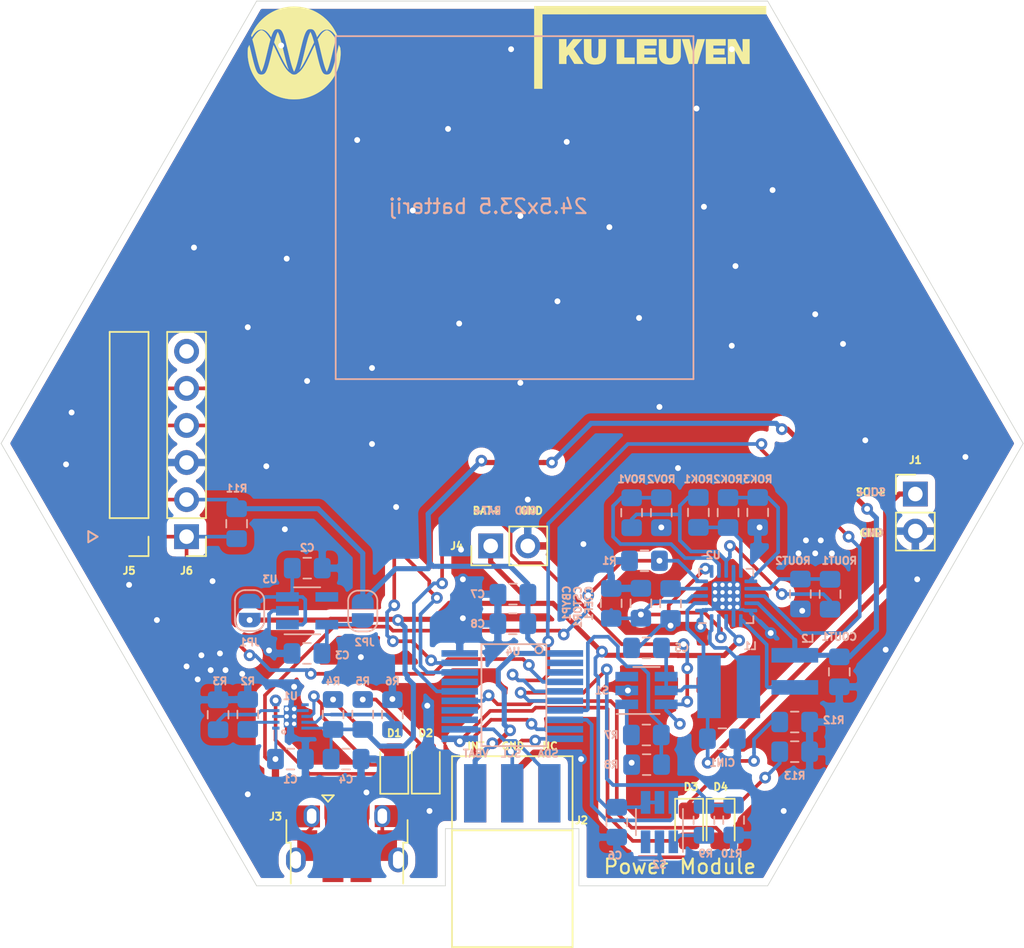
<source format=kicad_pcb>
(kicad_pcb (version 20171130) (host pcbnew "(5.1.6)-1")
  (layers (0 F.Cu signal) (31 B.Cu signal) (34 B.Paste user) (35 F.Paste user hide) (36 B.SilkS user) (37 F.SilkS user hide) (38 B.Mask user) (39 F.Mask user hide) (44 Edge.Cuts user))
  (net 0 "")
  (net 1 GND)
  (net 2 VUSB)
  (net 3 "Net-(C2-Pad1)")
  (net 4 "Net-(C3-Pad1)")
  (net 5 BAT+)
  (net 6 SOL+)
  (net 7 3V3)
  (net 8 VSTOR)
  (net 9 "Net-(CREF1-Pad1)")
  (net 10 "Net-(D1-Pad1)")
  (net 11 "Net-(D1-Pad2)")
  (net 12 "Net-(D2-Pad2)")
  (net 13 LED0)
  (net 14 "Net-(D3-Pad1)")
  (net 15 LED1)
  (net 16 "Net-(D4-Pad1)")
  (net 17 INT)
  (net 18 SDA)
  (net 19 SCL)
  (net 20 "Net-(J3-Pad6)")
  (net 21 MCLR)
  (net 22 ICSPDAT)
  (net 23 ICSPCLK)
  (net 24 "Net-(L1-Pad1)")
  (net 25 "Net-(L2-Pad2)")
  (net 26 "Net-(R2-Pad1)")
  (net 27 "Net-(R3-Pad1)")
  (net 28 "Net-(R6-Pad1)")
  (net 29 "Net-(R7-Pad1)")
  (net 30 SOL_VOLTAGE)
  (net 31 BAT_VOLTAGE)
  (net 32 "Net-(R9-Pad1)")
  (net 33 HYST)
  (net 34 "Net-(ROK1-Pad1)")
  (net 35 PROG)
  (net 36 SET)
  (net 37 "Net-(ROV1-Pad2)")
  (net 38 SOL_MEAS_EN)
  (net 39 BAT_MEAS_EN)
  (net 40 VBAT_OK_TO_MCU)
  (net 41 "Net-(D2-Pad1)")
  (module logoKuleuven2:logoKuleuven2 (layer F.Cu) (at 131.953 50.8)
    (fp_text reference G*** hide)
    (fp_text value LOGO hide)
  )
  (module logoDramco:logoDramco (layer F.Cu) (at 107.569 51.181)
    (fp_text reference G*** hide)
    (fp_text value LOGO hide)
  )
  (module Capacitor_SMD:C_0805_2012Metric_Pad1.15x1.40mm_HandSolder (layer B.Cu) (at 107.315 99.568)
    (fp_text reference C1 (at 0 1.397) (layer B.SilkS) (effects (font (size 0.5 0.5) (thickness 0.125)) (justify mirror)))
    (fp_text value "1 uF")
    (pad 2 smd roundrect (at 1.025 0) (size 1.15 1.4) (layers B.Cu B.Paste B.Mask) (roundrect_rratio 0.217391) (net 1 GND))
    (pad 1 smd roundrect (at -1.025 0) (size 1.15 1.4) (layers B.Cu B.Paste B.Mask) (roundrect_rratio 0.217391) (net 2 VUSB))
  )
  (module Capacitor_SMD:C_0805_2012Metric_Pad1.15x1.40mm_HandSolder (layer B.Cu) (at 108.467 86.487)
    (fp_text reference C2 (at 0 -1.397) (layer B.SilkS) (effects (font (size 0.5 0.5) (thickness 0.125)) (justify mirror)))
    (fp_text value "1 uF")
    (pad 1 smd roundrect (at -1.025 0) (size 1.15 1.4) (layers B.Cu B.Paste B.Mask) (roundrect_rratio 0.217391) (net 3 "Net-(C2-Pad1)"))
    (pad 2 smd roundrect (at 1.025 0) (size 1.15 1.4) (layers B.Cu B.Paste B.Mask) (roundrect_rratio 0.217391) (net 1 GND))
  )
  (module Capacitor_SMD:C_0805_2012Metric_Pad1.15x1.40mm_HandSolder (layer B.Cu) (at 108.449 92.329 180)
    (fp_text reference C3 (at -2.422 -0.127) (layer B.SilkS) (effects (font (size 0.5 0.5) (thickness 0.125)) (justify mirror)))
    (fp_text value "1 uF")
    (pad 1 smd roundrect (at -1.025 0 180) (size 1.15 1.4) (layers B.Cu B.Paste B.Mask) (roundrect_rratio 0.217391) (net 4 "Net-(C3-Pad1)"))
    (pad 2 smd roundrect (at 1.025 0 180) (size 1.15 1.4) (layers B.Cu B.Paste B.Mask) (roundrect_rratio 0.217391) (net 1 GND))
  )
  (module Capacitor_SMD:C_0805_2012Metric_Pad1.15x1.40mm_HandSolder (layer B.Cu) (at 111.125 99.568)
    (fp_text reference C4 (at 0 1.397) (layer B.SilkS) (effects (font (size 0.5 0.5) (thickness 0.125)) (justify mirror)))
    (fp_text value "1 uF")
    (pad 1 smd roundrect (at -1.025 0) (size 1.15 1.4) (layers B.Cu B.Paste B.Mask) (roundrect_rratio 0.217391) (net 5 BAT+))
    (pad 2 smd roundrect (at 1.025 0) (size 1.15 1.4) (layers B.Cu B.Paste B.Mask) (roundrect_rratio 0.217391) (net 1 GND))
  )
  (module Capacitor_SMD:C_0805_2012Metric_Pad1.15x1.40mm_HandSolder (layer B.Cu) (at 131.699 91.948 180)
    (fp_text reference C5 (at -2.413 0) (layer B.SilkS) (effects (font (size 0.5 0.5) (thickness 0.125)) (justify mirror)))
    (fp_text value "1 uF")
    (pad 2 smd roundrect (at 1.025 0 180) (size 1.15 1.4) (layers B.Cu B.Paste B.Mask) (roundrect_rratio 0.217391) (net 1 GND))
    (pad 1 smd roundrect (at -1.025 0 180) (size 1.15 1.4) (layers B.Cu B.Paste B.Mask) (roundrect_rratio 0.217391) (net 6 SOL+))
  )
  (module Capacitor_SMD:C_0805_2012Metric_Pad1.15x1.40mm_HandSolder (layer B.Cu) (at 129.667 103.895 270)
    (fp_text reference C6 (at 2.277 0.127 180) (layer B.SilkS) (effects (font (size 0.5 0.5) (thickness 0.125)) (justify mirror)))
    (fp_text value "1 uF")
    (pad 1 smd roundrect (at -1.025 0 270) (size 1.15 1.4) (layers B.Cu B.Paste B.Mask) (roundrect_rratio 0.217391) (net 5 BAT+))
    (pad 2 smd roundrect (at 1.025 0 270) (size 1.15 1.4) (layers B.Cu B.Paste B.Mask) (roundrect_rratio 0.217391) (net 1 GND))
  )
  (module Capacitor_SMD:C_0805_2012Metric_Pad1.15x1.40mm_HandSolder (layer B.Cu) (at 122.555 88.265)
    (fp_text reference C7 (at -2.413 0) (layer B.SilkS) (effects (font (size 0.5 0.5) (thickness 0.125)) (justify mirror)))
    (fp_text value "10 uF")
    (pad 2 smd roundrect (at 1.025 0) (size 1.15 1.4) (layers B.Cu B.Paste B.Mask) (roundrect_rratio 0.217391) (net 7 3V3))
    (pad 1 smd roundrect (at -1.025 0) (size 1.15 1.4) (layers B.Cu B.Paste B.Mask) (roundrect_rratio 0.217391) (net 1 GND))
  )
  (module Capacitor_SMD:C_0805_2012Metric_Pad1.15x1.40mm_HandSolder (layer B.Cu) (at 122.546 90.297)
    (fp_text reference C8 (at -2.404 0) (layer B.SilkS) (effects (font (size 0.5 0.5) (thickness 0.125)) (justify mirror)))
    (fp_text value "100 nF")
    (pad 2 smd roundrect (at 1.025 0) (size 1.15 1.4) (layers B.Cu B.Paste B.Mask) (roundrect_rratio 0.217391) (net 7 3V3))
    (pad 1 smd roundrect (at -1.025 0) (size 1.15 1.4) (layers B.Cu B.Paste B.Mask) (roundrect_rratio 0.217391) (net 1 GND))
  )
  (module Capacitor_SMD:C_0805_2012Metric_Pad1.15x1.40mm_HandSolder (layer B.Cu) (at 129.286 88.9 90)
    (fp_text reference CBYP1 (at 0 -3.048 270) (layer B.SilkS) (effects (font (size 0.5 0.5) (thickness 0.125)) (justify mirror)))
    (fp_text value "10 nF")
    (pad 2 smd roundrect (at 1.025 0 90) (size 1.15 1.4) (layers B.Cu B.Paste B.Mask) (roundrect_rratio 0.217391) (net 1 GND))
    (pad 1 smd roundrect (at -1.025 0 90) (size 1.15 1.4) (layers B.Cu B.Paste B.Mask) (roundrect_rratio 0.217391) (net 8 VSTOR))
  )
  (module Capacitor_SMD:C_0805_2012Metric_Pad1.15x1.40mm_HandSolder (layer B.Cu) (at 136.897 98.171)
    (fp_text reference CIN1 (at 0 1.65) (layer B.SilkS) (effects (font (size 0.5 0.5) (thickness 0.125)) (justify mirror)))
    (fp_text value "4.7 uF")
    (pad 1 smd roundrect (at -1.025 0) (size 1.15 1.4) (layers B.Cu B.Paste B.Mask) (roundrect_rratio 0.217391) (net 6 SOL+))
    (pad 2 smd roundrect (at 1.025 0) (size 1.15 1.4) (layers B.Cu B.Paste B.Mask) (roundrect_rratio 0.217391) (net 1 GND))
  )
  (module Capacitor_SMD:C_0805_2012Metric_Pad1.15x1.40mm_HandSolder (layer B.Cu) (at 144.907 93.59 270)
    (fp_text reference COUT1 (at -2.404 0 180) (layer B.SilkS) (effects (font (size 0.5 0.5) (thickness 0.125)) (justify mirror)))
    (fp_text value "22 uF")
    (pad 1 smd roundrect (at -1.025 0 270) (size 1.15 1.4) (layers B.Cu B.Paste B.Mask) (roundrect_rratio 0.217391) (net 7 3V3))
    (pad 2 smd roundrect (at 1.025 0 270) (size 1.15 1.4) (layers B.Cu B.Paste B.Mask) (roundrect_rratio 0.217391) (net 1 GND))
  )
  (module Capacitor_SMD:C_0805_2012Metric_Pad1.15x1.40mm_HandSolder (layer B.Cu) (at 133.35 88.909 270)
    (fp_text reference CREF1 (at -0.009 5.588 270) (layer B.SilkS) (effects (font (size 0.5 0.5) (thickness 0.125)) (justify mirror)))
    (fp_text value "10 nF")
    (pad 2 smd roundrect (at 1.025 0 270) (size 1.15 1.4) (layers B.Cu B.Paste B.Mask) (roundrect_rratio 0.217391) (net 1 GND))
    (pad 1 smd roundrect (at -1.025 0 270) (size 1.15 1.4) (layers B.Cu B.Paste B.Mask) (roundrect_rratio 0.217391) (net 9 "Net-(CREF1-Pad1)"))
  )
  (module Capacitor_SMD:C_0805_2012Metric_Pad1.15x1.40mm_HandSolder (layer B.Cu) (at 131.318 88.891 90)
    (fp_text reference CSTOR1 (at -0.263 -4.318 90) (layer B.SilkS) (effects (font (size 0.5 0.5) (thickness 0.125)) (justify mirror)))
    (fp_text value "4.7 uF")
    (pad 1 smd roundrect (at -1.025 0 90) (size 1.15 1.4) (layers B.Cu B.Paste B.Mask) (roundrect_rratio 0.217391) (net 8 VSTOR))
    (pad 2 smd roundrect (at 1.025 0 90) (size 1.15 1.4) (layers B.Cu B.Paste B.Mask) (roundrect_rratio 0.217391) (net 1 GND))
  )
  (module LED_SMD:LED_0805_2012Metric_Pad1.15x1.40mm_HandSolder (layer F.Cu) (at 114.427 100.085 90)
    (fp_text reference D1 (at 2.295 0 180) (layer F.SilkS) (effects (font (size 0.5 0.5) (thickness 0.125))))
    (fp_text value LED)
    (pad 1 smd roundrect (at -1.025 0 90) (size 1.15 1.4) (layers F.Cu F.Paste F.Mask) (roundrect_rratio 0.217391) (net 10 "Net-(D1-Pad1)"))
    (pad 2 smd roundrect (at 1.025 0 90) (size 1.15 1.4) (layers F.Cu F.Paste F.Mask) (roundrect_rratio 0.217391) (net 11 "Net-(D1-Pad2)"))
  )
  (module LED_SMD:LED_0805_2012Metric_Pad1.15x1.40mm_HandSolder (layer F.Cu) (at 116.586 100.076 90)
    (fp_text reference D2 (at 2.286 0 180) (layer F.SilkS) (effects (font (size 0.5 0.5) (thickness 0.125))))
    (fp_text value LED)
    (pad 1 smd roundrect (at -1.025 0 90) (size 1.15 1.4) (layers F.Cu F.Paste F.Mask) (roundrect_rratio 0.217391) (net 41 "Net-(D2-Pad1)"))
    (pad 2 smd roundrect (at 1.025 0 90) (size 1.15 1.4) (layers F.Cu F.Paste F.Mask) (roundrect_rratio 0.217391) (net 12 "Net-(D2-Pad2)"))
  )
  (module LED_SMD:LED_0805_2012Metric_Pad1.15x1.40mm_HandSolder (layer F.Cu) (at 134.62 104.149 270)
    (fp_text reference D3 (at -2.676 -0.127 180) (layer F.SilkS) (effects (font (size 0.5 0.5) (thickness 0.125))))
    (fp_text value LED)
    (pad 2 smd roundrect (at 1.025 0 270) (size 1.15 1.4) (layers F.Cu F.Paste F.Mask) (roundrect_rratio 0.217391) (net 13 LED0))
    (pad 1 smd roundrect (at -1.025 0 270) (size 1.15 1.4) (layers F.Cu F.Paste F.Mask) (roundrect_rratio 0.217391) (net 14 "Net-(D3-Pad1)"))
  )
  (module LED_SMD:LED_0805_2012Metric_Pad1.15x1.40mm_HandSolder (layer F.Cu) (at 136.779 104.149 270)
    (fp_text reference D4 (at -2.676 0 180) (layer F.SilkS) (effects (font (size 0.5 0.5) (thickness 0.125))))
    (fp_text value LED)
    (pad 2 smd roundrect (at 1.025 0 270) (size 1.15 1.4) (layers F.Cu F.Paste F.Mask) (roundrect_rratio 0.217391) (net 15 LED1))
    (pad 1 smd roundrect (at -1.025 0 270) (size 1.15 1.4) (layers F.Cu F.Paste F.Mask) (roundrect_rratio 0.217391) (net 16 "Net-(D4-Pad1)"))
  )
  (module Connector_PinHeader_2.54mm:PinHeader_1x02_P2.54mm_Vertical (layer F.Cu) (at 150.114 81.407)
    (fp_text reference J1 (at 0 -2.33) (layer F.SilkS) (effects (font (size 0.5 0.5) (thickness 0.125))))
    (fp_text value Conn_01x02)
    (pad 1 thru_hole rect (at 0 0) (size 1.7 1.7) (drill 1) (layers *.Cu *.Mask) (net 6 SOL+))
    (pad 2 thru_hole oval (at 0 2.54) (size 1.7 1.7) (drill 1) (layers *.Cu *.Mask) (net 1 GND))
  )
  (module USB_Micro:USB_Micro (layer F.Cu) (at 105.791 105.156)
    (fp_text reference J3 (at 0.508 -1.651) (layer F.SilkS) (effects (font (size 0.5 0.5) (thickness 0.125))))
    (fp_text value USB_B_Micro)
    (fp_text user " " (at 7.3479 -3.15926) (layer F.SilkS) (effects (font (size 0.5 0.5) (thickness 0.125))))
    (pad 6 smd rect (at 4.4379 1.59074 90) (size 2.5 1.43) (layers F.Cu F.Paste F.Mask) (net 20 "Net-(J3-Pad6)"))
    (pad 6 smd rect (at 2.5479 -1.65926) (size 2 1.5) (layers F.Cu F.Paste F.Mask) (net 20 "Net-(J3-Pad6)"))
    (pad 6 smd rect (at 8.1479 0.39074) (size 1.35 2) (layers F.Cu F.Paste F.Mask) (net 20 "Net-(J3-Pad6)"))
    (pad 6 smd rect (at 2.6679 0.39074) (size 1.35 2) (layers F.Cu F.Paste F.Mask) (net 20 "Net-(J3-Pad6)"))
    (pad 3 smd rect (at 5.3979 -1.55926 90) (size 1.65 0.4) (layers F.Cu F.Paste F.Mask))
    (pad 6 thru_hole oval (at 8.8979 1.32074 90) (size 1.7 1.35) (drill oval 1.2 0.7) (layers *.Cu *.Mask) (net 20 "Net-(J3-Pad6)"))
    (pad 6 thru_hole oval (at 2.9779 -1.67926 90) (size 1.5 1.1) (drill oval 1.05 0.65) (layers *.Cu *.Mask) (net 20 "Net-(J3-Pad6)"))
    (pad 6 thru_hole oval (at 7.8179 -1.67926 90) (size 1.5 1.1) (drill oval 1.05 0.65) (layers *.Cu *.Mask) (net 20 "Net-(J3-Pad6)"))
    (pad 5 smd rect (at 6.6979 -1.55926 90) (size 1.65 0.4) (layers F.Cu F.Paste F.Mask) (net 1 GND))
    (pad 4 smd rect (at 6.0479 -1.55926 90) (size 1.65 0.4) (layers F.Cu F.Paste F.Mask))
    (pad 6 smd rect (at 8.3979 -0.35926) (size 1.825 0.7) (layers F.Cu F.Paste F.Mask) (net 20 "Net-(J3-Pad6)"))
    (pad 1 smd rect (at 4.0979 -1.55926 90) (size 1.65 0.4) (layers F.Cu F.Paste F.Mask) (net 2 VUSB))
    (pad 6 smd rect (at 8.2979 -1.67926) (size 2 1.5) (layers F.Cu F.Paste F.Mask) (net 20 "Net-(J3-Pad6)"))
    (pad 6 smd rect (at 2.4479 -0.35926) (size 1.825 0.7) (layers F.Cu F.Paste F.Mask) (net 20 "Net-(J3-Pad6)"))
    (pad 2 smd rect (at 4.7479 -1.55926 90) (size 1.65 0.4) (layers F.Cu F.Paste F.Mask))
    (pad 6 thru_hole oval (at 1.8979 1.32074 90) (size 1.7 1.35) (drill oval 1.2 0.7) (layers *.Cu *.Mask) (net 20 "Net-(J3-Pad6)"))
    (pad 6 smd rect (at 6.3579 1.59074 90) (size 2.5 1.43) (layers F.Cu F.Paste F.Mask) (net 20 "Net-(J3-Pad6)"))
  )
  (module Connector_PinHeader_2.54mm:PinHeader_1x02_P2.54mm_Vertical (layer F.Cu) (at 121.031 84.963 90)
    (fp_text reference J4 (at 0 -2.33 180) (layer F.SilkS) (effects (font (size 0.5 0.5) (thickness 0.125))))
    (fp_text value Conn_01x02_battery)
    (pad 2 thru_hole oval (at 0 2.54 90) (size 1.7 1.7) (drill 1) (layers *.Cu *.Mask) (net 1 GND))
    (pad 1 thru_hole rect (at 0 0 90) (size 1.7 1.7) (drill 1) (layers *.Cu *.Mask) (net 5 BAT+))
  )
  (module Connector_PinHeader_2.54mm:PinHeader_1x06_P2.54mm_Vertical (layer F.Cu) (at 96.266 84.328 180)
    (fp_text reference J5 (at 0 -2.33) (layer F.SilkS) (effects (font (size 0.5 0.5) (thickness 0.125))))
    (fp_text value Conn_01x06_programmer)
    (pad 1 smd rect (at 0 0 180) (size 1.7 1.7) (layers F.Cu F.Paste F.Mask) (net 21 MCLR))
    (pad 2 smd oval (at 0 2.54 180) (size 1.7 1.7) (layers F.Cu F.Paste F.Mask) (net 7 3V3))
    (pad 3 smd oval (at 0 5.08 180) (size 1.7 1.7) (layers F.Cu F.Paste F.Mask) (net 1 GND))
    (pad 4 smd oval (at 0 7.62 180) (size 1.7 1.7) (layers F.Cu F.Paste F.Mask) (net 22 ICSPDAT))
    (pad 5 smd oval (at 0 10.16 180) (size 1.7 1.7) (layers F.Cu F.Paste F.Mask) (net 23 ICSPCLK))
    (pad 6 smd oval (at 0 12.7 180) (size 1.7 1.7) (layers F.Cu F.Paste F.Mask))
  )
  (module Connector_PinHeader_2.54mm:PinHeader_1x06_P2.54mm_Vertical (layer F.Cu) (at 100.203 84.328 180)
    (fp_text reference J6 (at 0 -2.33) (layer F.SilkS) (effects (font (size 0.5 0.5) (thickness 0.125))))
    (fp_text value Conn_01x06_programmer)
    (pad 6 thru_hole oval (at 0 12.7 180) (size 1.7 1.7) (drill 1) (layers *.Cu *.Mask))
    (pad 5 thru_hole oval (at 0 10.16 180) (size 1.7 1.7) (drill 1) (layers *.Cu *.Mask) (net 23 ICSPCLK))
    (pad 4 thru_hole oval (at 0 7.62 180) (size 1.7 1.7) (drill 1) (layers *.Cu *.Mask) (net 22 ICSPDAT))
    (pad 3 thru_hole oval (at 0 5.08 180) (size 1.7 1.7) (drill 1) (layers *.Cu *.Mask) (net 1 GND))
    (pad 2 thru_hole oval (at 0 2.54 180) (size 1.7 1.7) (drill 1) (layers *.Cu *.Mask) (net 7 3V3))
    (pad 1 thru_hole rect (at 0 0 180) (size 1.7 1.7) (drill 1) (layers *.Cu *.Mask) (net 21 MCLR))
  )
  (module Jumper:SolderJumper-2_P1.3mm_Open_RoundedPad1.0x1.5mm (layer B.Cu) (at 104.521 89.393 90)
    (fp_text reference JP1 (at -2.174 0) (layer B.SilkS) (effects (font (size 0.5 0.5) (thickness 0.125)) (justify mirror)))
    (fp_text value SolderJumper_2_Open)
    (pad 1 smd custom (at -0.65 0 90) (size 1 0.5) (layers B.Cu B.Mask) (net 5 BAT+) (options (clearance outline) (anchor rect)) (primitives (gr_circle (center 0 -0.25) (end 0.5 -0.25) (width 0)) (gr_circle (center 0 0.25) (end 0.5 0.25) (width 0)) (gr_poly (pts (xy 0 0.75) (xy 0.5 0.75) (xy 0.5 -0.75) (xy 0 -0.75)) (width 0))))
    (pad 2 smd custom (at 0.65 0 90) (size 1 0.5) (layers B.Cu B.Mask) (net 3 "Net-(C2-Pad1)") (options (clearance outline) (anchor rect)) (primitives (gr_circle (center 0 -0.25) (end 0.5 -0.25) (width 0)) (gr_circle (center 0 0.25) (end 0.5 0.25) (width 0)) (gr_poly (pts (xy 0 0.75) (xy -0.5 0.75) (xy -0.5 -0.75) (xy 0 -0.75)) (width 0))))
  )
  (module Jumper:SolderJumper-2_P1.3mm_Open_RoundedPad1.0x1.5mm (layer B.Cu) (at 112.268 89.423 270)
    (fp_text reference JP2 (at 2.144 -0.127) (layer B.SilkS) (effects (font (size 0.5 0.5) (thickness 0.125)) (justify mirror)))
    (fp_text value SolderJumper_2_Open)
    (pad 2 smd custom (at 0.65 0 270) (size 1 0.5) (layers B.Cu B.Mask) (net 4 "Net-(C3-Pad1)") (options (clearance outline) (anchor rect)) (primitives (gr_circle (center 0 -0.25) (end 0.5 -0.25) (width 0)) (gr_circle (center 0 0.25) (end 0.5 0.25) (width 0)) (gr_poly (pts (xy 0 0.75) (xy -0.5 0.75) (xy -0.5 -0.75) (xy 0 -0.75)) (width 0))))
    (pad 1 smd custom (at -0.65 0 270) (size 1 0.5) (layers B.Cu B.Mask) (net 7 3V3) (options (clearance outline) (anchor rect)) (primitives (gr_circle (center 0 -0.25) (end 0.5 -0.25) (width 0)) (gr_circle (center 0 0.25) (end 0.5 0.25) (width 0)) (gr_poly (pts (xy 0 0.75) (xy 0.5 0.75) (xy 0.5 -0.75) (xy 0 -0.75)) (width 0))))
  )
  (module inductor_744031220_22uH:Inductor_744031220_22uH (layer B.Cu) (at 138.684 94.615 90)
    (fp_text reference L1 (at 2.794 0.127) (layer B.SilkS) (effects (font (size 0.5 0.5) (thickness 0.125)) (justify mirror)))
    (fp_text value "22 uH")
    (pad 1 smd rect (at 0 0 90) (size 4.3 1.6) (layers B.Cu B.Paste B.Mask) (net 24 "Net-(L1-Pad1)"))
    (pad 2 smd rect (at 0 -2.7 90) (size 4.3 1.6) (layers B.Cu B.Paste B.Mask) (net 6 SOL+))
  )
  (module Inductor_744029100_10uH:Inductor_744029100_10uH (layer B.Cu) (at 141.859 92.456 180)
    (fp_text reference L2 (at -0.889 1.143) (layer B.SilkS) (effects (font (size 0.5 0.5) (thickness 0.125)) (justify mirror)))
    (fp_text value "10 uH")
    (pad 1 smd rect (at 0 0 180) (size 3.2 1) (layers B.Cu B.Paste B.Mask) (net 7 3V3))
    (pad 2 smd rect (at 0 -2.2 180) (size 3.2 1) (layers B.Cu B.Paste B.Mask) (net 25 "Net-(L2-Pad2)"))
  )
  (module Resistor_SMD:R_0805_2012Metric_Pad1.15x1.40mm_HandSolder (layer B.Cu) (at 131.563 85.979 180)
    (fp_text reference R1 (at 2.404 0 180) (layer B.SilkS) (effects (font (size 0.5 0.5) (thickness 0.125)) (justify mirror)))
    (fp_text value 10k)
    (pad 1 smd roundrect (at -1.025 0 180) (size 1.15 1.4) (layers B.Cu B.Paste B.Mask) (roundrect_rratio 0.217391) (net 2 VUSB))
    (pad 2 smd roundrect (at 1.025 0 180) (size 1.15 1.4) (layers B.Cu B.Paste B.Mask) (roundrect_rratio 0.217391) (net 1 GND))
  )
  (module Resistor_SMD:R_0805_2012Metric_Pad1.15x1.40mm_HandSolder (layer B.Cu) (at 104.394 96.511 90)
    (fp_text reference R2 (at 2.277 0) (layer B.SilkS) (effects (font (size 0.5 0.5) (thickness 0.125)) (justify mirror)))
    (fp_text value 1k)
    (pad 2 smd roundrect (at 1.025 0 90) (size 1.15 1.4) (layers B.Cu B.Paste B.Mask) (roundrect_rratio 0.217391) (net 1 GND))
    (pad 1 smd roundrect (at -1.025 0 90) (size 1.15 1.4) (layers B.Cu B.Paste B.Mask) (roundrect_rratio 0.217391) (net 26 "Net-(R2-Pad1)"))
  )
  (module Resistor_SMD:R_0805_2012Metric_Pad1.15x1.40mm_HandSolder (layer B.Cu) (at 102.362 96.529 90)
    (fp_text reference R3 (at 2.295 0.127) (layer B.SilkS) (effects (font (size 0.5 0.5) (thickness 0.125)) (justify mirror)))
    (fp_text value 2k)
    (pad 1 smd roundrect (at -1.025 0 90) (size 1.15 1.4) (layers B.Cu B.Paste B.Mask) (roundrect_rratio 0.217391) (net 27 "Net-(R3-Pad1)"))
    (pad 2 smd roundrect (at 1.025 0 90) (size 1.15 1.4) (layers B.Cu B.Paste B.Mask) (roundrect_rratio 0.217391) (net 1 GND))
  )
  (module Resistor_SMD:R_0805_2012Metric_Pad1.15x1.40mm_HandSolder (layer B.Cu) (at 110.236 96.511 270)
    (fp_text reference R4 (at -2.277 0) (layer B.SilkS) (effects (font (size 0.5 0.5) (thickness 0.125)) (justify mirror)))
    (fp_text value 1.5k)
    (pad 2 smd roundrect (at 1.025 0 270) (size 1.15 1.4) (layers B.Cu B.Paste B.Mask) (roundrect_rratio 0.217391) (net 5 BAT+))
    (pad 1 smd roundrect (at -1.025 0 270) (size 1.15 1.4) (layers B.Cu B.Paste B.Mask) (roundrect_rratio 0.217391) (net 11 "Net-(D1-Pad2)"))
  )
  (module Resistor_SMD:R_0805_2012Metric_Pad1.15x1.40mm_HandSolder (layer B.Cu) (at 112.268 96.511 270)
    (fp_text reference R5 (at -2.277 0) (layer B.SilkS) (effects (font (size 0.5 0.5) (thickness 0.125)) (justify mirror)))
    (fp_text value 1.5k)
    (pad 1 smd roundrect (at -1.025 0 270) (size 1.15 1.4) (layers B.Cu B.Paste B.Mask) (roundrect_rratio 0.217391) (net 12 "Net-(D2-Pad2)"))
    (pad 2 smd roundrect (at 1.025 0 270) (size 1.15 1.4) (layers B.Cu B.Paste B.Mask) (roundrect_rratio 0.217391) (net 5 BAT+))
  )
  (module Resistor_SMD:R_0805_2012Metric_Pad1.15x1.40mm_HandSolder (layer B.Cu) (at 114.3 96.52 90)
    (fp_text reference R6 (at 2.286 0) (layer B.SilkS) (effects (font (size 0.5 0.5) (thickness 0.125)) (justify mirror)))
    (fp_text value 10k)
    (pad 1 smd roundrect (at -1.025 0 90) (size 1.15 1.4) (layers B.Cu B.Paste B.Mask) (roundrect_rratio 0.217391) (net 28 "Net-(R6-Pad1)"))
    (pad 2 smd roundrect (at 1.025 0 90) (size 1.15 1.4) (layers B.Cu B.Paste B.Mask) (roundrect_rratio 0.217391) (net 1 GND))
  )
  (module Resistor_SMD:R_0805_2012Metric_Pad1.15x1.40mm_HandSolder (layer B.Cu) (at 131.69 97.917)
    (fp_text reference R7 (at -2.404 0) (layer B.SilkS) (effects (font (size 0.5 0.5) (thickness 0.125)) (justify mirror)))
    (fp_text value 10k)
    (pad 1 smd roundrect (at -1.025 0) (size 1.15 1.4) (layers B.Cu B.Paste B.Mask) (roundrect_rratio 0.217391) (net 29 "Net-(R7-Pad1)"))
    (pad 2 smd roundrect (at 1.025 0) (size 1.15 1.4) (layers B.Cu B.Paste B.Mask) (roundrect_rratio 0.217391) (net 30 SOL_VOLTAGE))
  )
  (module Resistor_SMD:R_0805_2012Metric_Pad1.15x1.40mm_HandSolder (layer B.Cu) (at 131.708 99.949 180)
    (fp_text reference R8 (at 2.422 0) (layer B.SilkS) (effects (font (size 0.5 0.5) (thickness 0.125)) (justify mirror)))
    (fp_text value 10k)
    (pad 2 smd roundrect (at 1.025 0 180) (size 1.15 1.4) (layers B.Cu B.Paste B.Mask) (roundrect_rratio 0.217391) (net 1 GND))
    (pad 1 smd roundrect (at -1.025 0 180) (size 1.15 1.4) (layers B.Cu B.Paste B.Mask) (roundrect_rratio 0.217391) (net 30 SOL_VOLTAGE))
  )
  (module Resistor_SMD:R_0805_2012Metric_Pad1.15x1.40mm_HandSolder (layer B.Cu) (at 135.636 103.768 90)
    (fp_text reference R9 (at -2.277 0.127 180) (layer B.SilkS) (effects (font (size 0.5 0.5) (thickness 0.125)) (justify mirror)))
    (fp_text value 10k)
    (pad 2 smd roundrect (at 1.025 0 90) (size 1.15 1.4) (layers B.Cu B.Paste B.Mask) (roundrect_rratio 0.217391) (net 31 BAT_VOLTAGE))
    (pad 1 smd roundrect (at -1.025 0 90) (size 1.15 1.4) (layers B.Cu B.Paste B.Mask) (roundrect_rratio 0.217391) (net 32 "Net-(R9-Pad1)"))
  )
  (module Resistor_SMD:R_0805_2012Metric_Pad1.15x1.40mm_HandSolder (layer B.Cu) (at 137.668 103.75 270)
    (fp_text reference R10 (at 2.295 0.127 180) (layer B.SilkS) (effects (font (size 0.5 0.5) (thickness 0.125)) (justify mirror)))
    (fp_text value 10k)
    (pad 1 smd roundrect (at -1.025 0 270) (size 1.15 1.4) (layers B.Cu B.Paste B.Mask) (roundrect_rratio 0.217391) (net 31 BAT_VOLTAGE))
    (pad 2 smd roundrect (at 1.025 0 270) (size 1.15 1.4) (layers B.Cu B.Paste B.Mask) (roundrect_rratio 0.217391) (net 1 GND))
  )
  (module Resistor_SMD:R_0805_2012Metric_Pad1.15x1.40mm_HandSolder (layer B.Cu) (at 103.632 83.439 270)
    (fp_text reference R11 (at -2.413 0) (layer B.SilkS) (effects (font (size 0.5 0.5) (thickness 0.125)) (justify mirror)))
    (fp_text value 10k)
    (pad 2 smd roundrect (at 1.025 0 270) (size 1.15 1.4) (layers B.Cu B.Paste B.Mask) (roundrect_rratio 0.217391) (net 21 MCLR))
    (pad 1 smd roundrect (at -1.025 0 270) (size 1.15 1.4) (layers B.Cu B.Paste B.Mask) (roundrect_rratio 0.217391) (net 7 3V3))
  )
  (module Resistor_SMD:R_0805_2012Metric_Pad1.15x1.40mm_HandSolder (layer B.Cu) (at 141.85 97.028)
    (fp_text reference R12 (at 2.676 -0.127) (layer B.SilkS) (effects (font (size 0.5 0.5) (thickness 0.125)) (justify mirror)))
    (fp_text value 470)
    (pad 2 smd roundrect (at 1.025 0) (size 1.15 1.4) (layers B.Cu B.Paste B.Mask) (roundrect_rratio 0.217391) (net 1 GND))
    (pad 1 smd roundrect (at -1.025 0) (size 1.15 1.4) (layers B.Cu B.Paste B.Mask) (roundrect_rratio 0.217391) (net 14 "Net-(D3-Pad1)"))
  )
  (module Resistor_SMD:R_0805_2012Metric_Pad1.15x1.40mm_HandSolder (layer B.Cu) (at 141.85 99.06)
    (fp_text reference R13 (at 0 1.65) (layer B.SilkS) (effects (font (size 0.5 0.5) (thickness 0.125)) (justify mirror)))
    (fp_text value 470)
    (pad 1 smd roundrect (at -1.025 0) (size 1.15 1.4) (layers B.Cu B.Paste B.Mask) (roundrect_rratio 0.217391) (net 16 "Net-(D4-Pad1)"))
    (pad 2 smd roundrect (at 1.025 0) (size 1.15 1.4) (layers B.Cu B.Paste B.Mask) (roundrect_rratio 0.217391) (net 1 GND))
  )
  (module Resistor_SMD:R_0805_2012Metric_Pad1.15x1.40mm_HandSolder (layer B.Cu) (at 135.255 82.668 270)
    (fp_text reference ROK1 (at -2.277 0 180) (layer B.SilkS) (effects (font (size 0.5 0.5) (thickness 0.125)) (justify mirror)))
    (fp_text value "1.9 M")
    (pad 2 smd roundrect (at 1.025 0 270) (size 1.15 1.4) (layers B.Cu B.Paste B.Mask) (roundrect_rratio 0.217391) (net 33 HYST))
    (pad 1 smd roundrect (at -1.025 0 270) (size 1.15 1.4) (layers B.Cu B.Paste B.Mask) (roundrect_rratio 0.217391) (net 34 "Net-(ROK1-Pad1)"))
  )
  (module Resistor_SMD:R_0805_2012Metric_Pad1.15x1.40mm_HandSolder (layer B.Cu) (at 137.287 82.677 90)
    (fp_text reference ROK2 (at 2.286 0 180) (layer B.SilkS) (effects (font (size 0.5 0.5) (thickness 0.125)) (justify mirror)))
    (fp_text value "5.49 M")
    (pad 1 smd roundrect (at -1.025 0 90) (size 1.15 1.4) (layers B.Cu B.Paste B.Mask) (roundrect_rratio 0.217391) (net 33 HYST))
    (pad 2 smd roundrect (at 1.025 0 90) (size 1.15 1.4) (layers B.Cu B.Paste B.Mask) (roundrect_rratio 0.217391) (net 35 PROG))
  )
  (module Resistor_SMD:R_0805_2012Metric_Pad1.15x1.40mm_HandSolder (layer B.Cu) (at 139.319 82.668 270)
    (fp_text reference ROK3 (at -2.277 0 180) (layer B.SilkS) (effects (font (size 0.5 0.5) (thickness 0.125)) (justify mirror)))
    (fp_text value 5.62M)
    (pad 2 smd roundrect (at 1.025 0 270) (size 1.15 1.4) (layers B.Cu B.Paste B.Mask) (roundrect_rratio 0.217391) (net 1 GND))
    (pad 1 smd roundrect (at -1.025 0 270) (size 1.15 1.4) (layers B.Cu B.Paste B.Mask) (roundrect_rratio 0.217391) (net 35 PROG))
  )
  (module Resistor_SMD:R_0805_2012Metric_Pad1.15x1.40mm_HandSolder (layer B.Cu) (at 144.272 88.274 90)
    (fp_text reference ROUT1 (at 2.295 0.635 180) (layer B.SilkS) (effects (font (size 0.5 0.5) (thickness 0.125)) (justify mirror)))
    (fp_text value "8.25 M")
    (pad 1 smd roundrect (at -1.025 0 90) (size 1.15 1.4) (layers B.Cu B.Paste B.Mask) (roundrect_rratio 0.217391) (net 34 "Net-(ROK1-Pad1)"))
    (pad 2 smd roundrect (at 1.025 0 90) (size 1.15 1.4) (layers B.Cu B.Paste B.Mask) (roundrect_rratio 0.217391) (net 36 SET))
  )
  (module Resistor_SMD:R_0805_2012Metric_Pad1.15x1.40mm_HandSolder (layer B.Cu) (at 142.24 88.256 270)
    (fp_text reference ROUT2 (at -2.277 0.508 180) (layer B.SilkS) (effects (font (size 0.5 0.5) (thickness 0.125)) (justify mirror)))
    (fp_text value "4.75 M")
    (pad 2 smd roundrect (at 1.025 0 270) (size 1.15 1.4) (layers B.Cu B.Paste B.Mask) (roundrect_rratio 0.217391) (net 1 GND))
    (pad 1 smd roundrect (at -1.025 0 270) (size 1.15 1.4) (layers B.Cu B.Paste B.Mask) (roundrect_rratio 0.217391) (net 36 SET))
  )
  (module Resistor_SMD:R_0805_2012Metric_Pad1.15x1.40mm_HandSolder (layer B.Cu) (at 130.683 82.686 90)
    (fp_text reference ROV1 (at 2.295 0 180) (layer B.SilkS) (effects (font (size 0.5 0.5) (thickness 0.125)) (justify mirror)))
    (fp_text value "7.32 M")
    (pad 2 smd roundrect (at 1.025 0 90) (size 1.15 1.4) (layers B.Cu B.Paste B.Mask) (roundrect_rratio 0.217391) (net 37 "Net-(ROV1-Pad2)"))
    (pad 1 smd roundrect (at -1.025 0 90) (size 1.15 1.4) (layers B.Cu B.Paste B.Mask) (roundrect_rratio 0.217391) (net 34 "Net-(ROK1-Pad1)"))
  )
  (module Resistor_SMD:R_0805_2012Metric_Pad1.15x1.40mm_HandSolder (layer B.Cu) (at 132.715 82.686 270)
    (fp_text reference ROV2 (at -2.295 0 180) (layer B.SilkS) (effects (font (size 0.5 0.5) (thickness 0.125)) (justify mirror)))
    (fp_text value "5.61 M")
    (pad 1 smd roundrect (at -1.025 0 270) (size 1.15 1.4) (layers B.Cu B.Paste B.Mask) (roundrect_rratio 0.217391) (net 37 "Net-(ROV1-Pad2)"))
    (pad 2 smd roundrect (at 1.025 0 270) (size 1.15 1.4) (layers B.Cu B.Paste B.Mask) (roundrect_rratio 0.217391) (net 1 GND))
  )
  (module Package_TO_SOT_SMD:SOT-23-6_Handsoldering (layer B.Cu) (at 131.699 94.869)
    (fp_text reference S1 (at -3.048 0) (layer B.SilkS) (effects (font (size 0.5 0.5) (thickness 0.125)) (justify mirror)))
    (fp_text value TPS22860)
    (pad 1 smd rect (at -1.35 0.95) (size 1.56 0.65) (layers B.Cu B.Paste B.Mask) (net 29 "Net-(R7-Pad1)"))
    (pad 2 smd rect (at -1.35 0) (size 1.56 0.65) (layers B.Cu B.Paste B.Mask) (net 1 GND))
    (pad 3 smd rect (at -1.35 -0.95) (size 1.56 0.65) (layers B.Cu B.Paste B.Mask))
    (pad 4 smd rect (at 1.35 -0.95) (size 1.56 0.65) (layers B.Cu B.Paste B.Mask) (net 6 SOL+))
    (pad 6 smd rect (at 1.35 0.95) (size 1.56 0.65) (layers B.Cu B.Paste B.Mask) (net 38 SOL_MEAS_EN))
    (pad 5 smd rect (at 1.35 0) (size 1.56 0.65) (layers B.Cu B.Paste B.Mask) (net 6 SOL+))
  )
  (module Package_TO_SOT_SMD:SOT-23-6_Handsoldering (layer B.Cu) (at 132.588 103.886 90)
    (fp_text reference S2 (at -2.921 0 180) (layer B.SilkS) (effects (font (size 0.5 0.5) (thickness 0.125)) (justify mirror)))
    (fp_text value TPS22860)
    (pad 5 smd rect (at 1.35 0 90) (size 1.56 0.65) (layers B.Cu B.Paste B.Mask) (net 5 BAT+))
    (pad 6 smd rect (at 1.35 0.95 90) (size 1.56 0.65) (layers B.Cu B.Paste B.Mask) (net 39 BAT_MEAS_EN))
    (pad 4 smd rect (at 1.35 -0.95 90) (size 1.56 0.65) (layers B.Cu B.Paste B.Mask) (net 5 BAT+))
    (pad 3 smd rect (at -1.35 -0.95 90) (size 1.56 0.65) (layers B.Cu B.Paste B.Mask))
    (pad 2 smd rect (at -1.35 0 90) (size 1.56 0.65) (layers B.Cu B.Paste B.Mask) (net 1 GND))
    (pad 1 smd rect (at -1.35 0.95 90) (size 1.56 0.65) (layers B.Cu B.Paste B.Mask) (net 32 "Net-(R9-Pad1)"))
  )
  (module BQ24040:BQ24040 (layer B.Cu) (at 106.315 97.447)
    (fp_text reference U1 (at 1 -2.197) (layer B.SilkS) (effects (font (size 0.5 0.5) (thickness 0.125)) (justify mirror)))
    (fp_text value BQ24040)
    (pad 1 smd rect (at 0 0) (size 0.5 0.2) (layers B.Cu B.Paste B.Mask) (net 2 VUSB))
    (pad 2 smd rect (at 0 -0.4) (size 0.5 0.2) (layers B.Cu B.Paste B.Mask) (net 26 "Net-(R2-Pad1)"))
    (pad 3 smd rect (at 0 -0.8) (size 0.5 0.2) (layers B.Cu B.Paste B.Mask) (net 1 GND))
    (pad 4 smd rect (at 0 -1.2) (size 0.5 0.2) (layers B.Cu B.Paste B.Mask) (net 27 "Net-(R3-Pad1)"))
    (pad 5 smd rect (at 0 -1.6) (size 0.5 0.2) (layers B.Cu B.Paste B.Mask) (net 10 "Net-(D1-Pad1)"))
    (pad 6 smd rect (at 2 -1.6) (size 0.5 0.2) (layers B.Cu B.Paste B.Mask))
    (pad 7 smd rect (at 2 -1.2) (size 0.5 0.2) (layers B.Cu B.Paste B.Mask) (net 1 GND))
    (pad 8 smd rect (at 2 -0.8) (size 0.5 0.2) (layers B.Cu B.Paste B.Mask) (net 41 "Net-(D2-Pad1)"))
    (pad 9 smd rect (at 2 -0.4) (size 0.5 0.2) (layers B.Cu B.Paste B.Mask) (net 28 "Net-(R6-Pad1)"))
    (pad 10 smd rect (at 2 0) (size 0.5 0.2) (layers B.Cu B.Paste B.Mask) (net 5 BAT+))
    (pad 11 smd rect (at 1 -0.8) (size 0.9 1.5) (layers B.Cu B.Paste B.Mask) (net 1 GND))
  )
  (module Package_DFN_QFN:QFN-20-1EP_3.5x3.5mm_P0.5mm_EP2x2mm (layer B.Cu) (at 137.16 88.392)
    (fp_text reference U2 (at -0.889 -2.794) (layer B.SilkS) (effects (font (size 0.5 0.5) (thickness 0.125)) (justify mirror)))
    (fp_text value BQ25570)
    (pad 21 smd roundrect (at 0 0) (size 2 2) (layers B.Cu B.Mask) (roundrect_rratio 0.125) (net 1 GND))
    (pad 1 smd roundrect (at -1.6875 1) (size 0.875 0.25) (layers B.Cu B.Paste B.Mask) (net 1 GND))
    (pad 2 smd roundrect (at -1.6875 0.5) (size 0.875 0.25) (layers B.Cu B.Paste B.Mask) (net 6 SOL+))
    (pad 3 smd roundrect (at -1.6875 0) (size 0.875 0.25) (layers B.Cu B.Paste B.Mask) (net 8 VSTOR))
    (pad 4 smd roundrect (at -1.6875 -0.5) (size 0.875 0.25) (layers B.Cu B.Paste B.Mask) (net 9 "Net-(CREF1-Pad1)"))
    (pad 5 smd roundrect (at -1.6875 -1) (size 0.875 0.25) (layers B.Cu B.Paste B.Mask) (net 2 VUSB))
    (pad 6 smd roundrect (at -1 -1.6875) (size 0.25 0.875) (layers B.Cu B.Paste B.Mask) (net 8 VSTOR))
    (pad 7 smd roundrect (at -0.5 -1.6875) (size 0.25 0.875) (layers B.Cu B.Paste B.Mask) (net 37 "Net-(ROV1-Pad2)"))
    (pad 8 smd roundrect (at 0 -1.6875) (size 0.25 0.875) (layers B.Cu B.Paste B.Mask) (net 34 "Net-(ROK1-Pad1)"))
    (pad 9 smd roundrect (at 0.5 -1.6875) (size 0.25 0.875) (layers B.Cu B.Paste B.Mask) (net 1 GND))
    (pad 10 smd roundrect (at 1 -1.6875) (size 0.25 0.875) (layers B.Cu B.Paste B.Mask) (net 33 HYST))
    (pad 11 smd roundrect (at 1.6875 -1) (size 0.875 0.25) (layers B.Cu B.Paste B.Mask) (net 35 PROG))
    (pad 12 smd roundrect (at 1.6875 -0.5) (size 0.875 0.25) (layers B.Cu B.Paste B.Mask) (net 36 SET))
    (pad 13 smd roundrect (at 1.6875 0) (size 0.875 0.25) (layers B.Cu B.Paste B.Mask) (net 40 VBAT_OK_TO_MCU))
    (pad 14 smd roundrect (at 1.6875 0.5) (size 0.875 0.25) (layers B.Cu B.Paste B.Mask) (net 7 3V3))
    (pad 15 smd roundrect (at 1.6875 1) (size 0.875 0.25) (layers B.Cu B.Paste B.Mask) (net 1 GND))
    (pad 16 smd roundrect (at 1 1.6875) (size 0.25 0.875) (layers B.Cu B.Paste B.Mask) (net 25 "Net-(L2-Pad2)"))
    (pad 17 smd roundrect (at 0.5 1.6875) (size 0.25 0.875) (layers B.Cu B.Paste B.Mask) (net 1 GND))
    (pad 18 smd roundrect (at 0 1.6875) (size 0.25 0.875) (layers B.Cu B.Paste B.Mask) (net 5 BAT+))
    (pad 19 smd roundrect (at -0.5 1.6875) (size 0.25 0.875) (layers B.Cu B.Paste B.Mask) (net 8 VSTOR))
    (pad 20 smd roundrect (at -1 1.6875) (size 0.25 0.875) (layers B.Cu B.Paste B.Mask) (net 24 "Net-(L1-Pad1)"))
  )
  (module Package_TO_SOT_SMD:SOT-23-5_HandSoldering (layer B.Cu) (at 108.458 89.408)
    (fp_text reference U3 (at -2.54 -2.159) (layer B.SilkS) (effects (font (size 0.5 0.5) (thickness 0.125)) (justify mirror)))
    (fp_text value TPS705)
    (pad 1 smd rect (at -1.35 0.95) (size 1.56 0.65) (layers B.Cu B.Paste B.Mask) (net 3 "Net-(C2-Pad1)"))
    (pad 2 smd rect (at -1.35 0) (size 1.56 0.65) (layers B.Cu B.Paste B.Mask) (net 1 GND))
    (pad 3 smd rect (at -1.35 -0.95) (size 1.56 0.65) (layers B.Cu B.Paste B.Mask) (net 3 "Net-(C2-Pad1)"))
    (pad 4 smd rect (at 1.35 -0.95) (size 1.56 0.65) (layers B.Cu B.Paste B.Mask))
    (pad 5 smd rect (at 1.35 0.95) (size 1.56 0.65) (layers B.Cu B.Paste B.Mask) (net 4 "Net-(C3-Pad1)"))
  )
  (module PIC16F18446SSOPPIN:PIC16F18446SSOP20PIN (layer B.Cu) (at 126.111 92.329 180)
    (fp_text reference U4 (at 3.556 0.127) (layer B.SilkS) (effects (font (size 0.5 0.5) (thickness 0.125)) (justify mirror)))
    (fp_text value PIC16F18446)
    (pad 1 smd rect (at 0 0 180) (size 2.5 0.45) (layers B.Cu B.Paste B.Mask) (net 7 3V3))
    (pad 2 smd rect (at 0 -0.65 180) (size 2.5 0.45) (layers B.Cu B.Paste B.Mask))
    (pad 3 smd rect (at 0 -1.3 180) (size 2.5 0.45) (layers B.Cu B.Paste B.Mask))
    (pad 4 smd rect (at 0 -1.95 180) (size 2.5 0.45) (layers B.Cu B.Paste B.Mask) (net 21 MCLR))
    (pad 5 smd rect (at 0 -2.6 180) (size 2.5 0.45) (layers B.Cu B.Paste B.Mask) (net 40 VBAT_OK_TO_MCU))
    (pad 6 smd rect (at 0 -3.25 180) (size 2.5 0.45) (layers B.Cu B.Paste B.Mask) (net 31 BAT_VOLTAGE))
    (pad 7 smd rect (at 0 -3.9 180) (size 2.5 0.45) (layers B.Cu B.Paste B.Mask) (net 30 SOL_VOLTAGE))
    (pad 8 smd rect (at 0 -4.55 180) (size 2.5 0.45) (layers B.Cu B.Paste B.Mask) (net 39 BAT_MEAS_EN))
    (pad 9 smd rect (at 0 -5.2 180) (size 2.5 0.45) (layers B.Cu B.Paste B.Mask) (net 17 INT))
    (pad 10 smd rect (at 0 -5.85 180) (size 2.5 0.45) (layers B.Cu B.Paste B.Mask) (net 19 SCL))
    (pad 11 smd rect (at 7.2 -5.85 180) (size 2.5 0.45) (layers B.Cu B.Paste B.Mask) (net 13 LED0))
    (pad 12 smd rect (at 7.2 -5.2 180) (size 2.5 0.45) (layers B.Cu B.Paste B.Mask) (net 18 SDA))
    (pad 13 smd rect (at 7.2 -4.55 180) (size 2.5 0.45) (layers B.Cu B.Paste B.Mask))
    (pad 14 smd rect (at 7.2 -3.9 180) (size 2.5 0.45) (layers B.Cu B.Paste B.Mask))
    (pad 15 smd rect (at 7.2 -3.25 180) (size 2.5 0.45) (layers B.Cu B.Paste B.Mask) (net 15 LED1))
    (pad 16 smd rect (at 7.2 -2.6 180) (size 2.5 0.45) (layers B.Cu B.Paste B.Mask) (net 38 SOL_MEAS_EN))
    (pad 17 smd rect (at 7.2 -1.95 180) (size 2.5 0.45) (layers B.Cu B.Paste B.Mask))
    (pad 18 smd rect (at 7.2 -1.3 180) (size 2.5 0.45) (layers B.Cu B.Paste B.Mask) (net 23 ICSPCLK))
    (pad 19 smd rect (at 7.2 -0.65 180) (size 2.5 0.45) (layers B.Cu B.Paste B.Mask) (net 22 ICSPDAT))
    (pad 20 smd rect (at 7.2 0 180) (size 2.5 0.45) (layers B.Cu B.Paste B.Mask) (net 1 GND))
  )
  (module ConnectorHorizontalPcb:ConnectorHorizontalPcb (layer F.Cu) (at 125.04928 101.91242 270)
    (fp_text reference J2 (at 1.84658 -2.20472 180) (layer F.SilkS) (effects (font (size 0.5 0.5) (thickness 0.125))))
    (fp_text value Conn_02x03_motherboardconn)
    (pad 1 smd rect (at 0 0 270) (size 4 1.524) (layers F.Cu F.Paste F.Mask))
    (pad 2 smd rect (at 0 2.54 270) (size 4 1.524) (layers F.Cu F.Paste F.Mask) (net 1 GND))
    (pad 3 smd rect (at 0 5.08 270) (size 4 1.524) (layers F.Cu F.Paste F.Mask) (net 17 INT))
    (pad 4 smd rect (at 0 0 270) (size 4 1.524) (layers B.Cu B.Paste B.Mask) (net 18 SDA))
    (pad 5 smd rect (at 0 2.54 270) (size 4 1.524) (layers B.Cu B.Paste B.Mask) (net 19 SCL))
    (pad 6 smd rect (at 0 5.08 270) (size 4 1.524) (layers B.Cu B.Paste B.Mask) (net 7 3V3))
  )
  (gr_text "Power Module" (at 133.985 106.934) (layer F.SilkS) (effects (font (size 1 1))))
  (gr_text SOL+ (at 147.066 81.28) (layer B.SilkS) (effects (font (size 0.5 0.5) (thickness 0.125)) (justify mirror)))
  (gr_text GND (at 147.193 84.074) (layer B.SilkS) (effects (font (size 0.5 0.5) (thickness 0.125)) (justify mirror)))
  (gr_text GND (at 147.066 84.074) (layer F.SilkS) (effects (font (size 0.5 0.5) (thickness 0.125))))
  (gr_text SOL+ (at 147.066 81.28) (layer F.SilkS) (effects (font (size 0.5 0.5) (thickness 0.125))))
  (gr_text GND (at 123.825 82.55) (layer F.SilkS) (effects (font (size 0.5 0.5) (thickness 0.125))))
  (gr_text BAT+ (at 120.777 82.55) (layer F.SilkS) (effects (font (size 0.5 0.5) (thickness 0.125))))
  (gr_text GND (at 123.444 82.55) (layer B.SilkS) (effects (font (size 0.5 0.5) (thickness 0.125)) (justify mirror)))
  (gr_text BAT+ (at 120.777 82.55) (layer B.SilkS) (effects (font (size 0.5 0.5) (thickness 0.125)) (justify mirror)))
  (gr_line (start 93.472 84.074) (end 93.472 83.947) (layer B.SilkS) (width 0.12))
  (gr_line (start 93.472 84.709) (end 93.472 84.074) (layer B.SilkS) (width 0.12))
  (gr_line (start 94.107 84.328) (end 93.472 84.709) (layer B.SilkS) (width 0.12))
  (gr_line (start 93.472 83.947) (end 94.107 84.328) (layer B.SilkS) (width 0.12))
  (gr_line (start 93.472 84.709) (end 93.472 83.947) (layer F.SilkS) (width 0.12))
  (gr_line (start 94.107 84.328) (end 93.472 84.709) (layer F.SilkS) (width 0.12))
  (gr_line (start 93.472 83.947) (end 94.107 84.328) (layer F.SilkS) (width 0.12))
  (gr_text SDA (at 124.968 99.187) (layer B.SilkS) (effects (font (size 0.5 0.5) (thickness 0.125)) (justify mirror)))
  (gr_text SCL (at 122.428 99.187) (layer B.SilkS) (effects (font (size 0.5 0.5) (thickness 0.125)) (justify mirror)))
  (gr_text VBAT (at 120.015 99.187) (layer B.SilkS) (effects (font (size 0.5 0.5) (thickness 0.125)) (justify mirror)))
  (gr_text NC (at 125.095 98.679) (layer F.SilkS) (effects (font (size 0.5 0.5) (thickness 0.125))))
  (gr_text GND (at 122.555 98.679) (layer F.SilkS) (effects (font (size 0.5 0.5) (thickness 0.125))))
  (gr_text INT (at 120.015 98.679) (layer F.SilkS) (effects (font (size 0.5 0.5) (thickness 0.125))))
  (gr_text "24.5x23.5 batterij" (at 120.8532 61.6966) (layer B.SilkS) (effects (font (size 1 1)) (justify mirror)))
  (gr_line (start 110.4164 50.033) (end 110.4164 73.533) (layer B.SilkS) (width 0.12))
  (gr_line (start 134.9164 50.033) (end 110.4164 50.033) (layer B.SilkS) (width 0.12))
  (gr_line (start 134.9164 73.533) (end 134.9164 50.033) (layer B.SilkS) (width 0.12))
  (gr_line (start 110.4164 73.533) (end 134.9164 73.533) (layer B.SilkS) (width 0.12))
  (gr_text "53 x 30 ok" (at 233.68 75.8952) (layer F.SilkS) (effects (font (size 1 1))))
  (gr_text "25 x 30 oke\n" (at 224.79 161.29) (layer F.SilkS) (effects (font (size 1 1))))
  (gr_line (start 214.6368 176.5736) (end 214.6368 146.5736) (layer F.SilkS) (width 0.12))
  (gr_line (start 239.6368 176.5736) (end 214.6368 176.5736) (layer F.SilkS) (width 0.12))
  (gr_line (start 239.6368 146.5736) (end 239.6368 176.5736) (layer F.SilkS) (width 0.12))
  (gr_line (start 214.6368 146.5736) (end 239.6368 146.5736) (layer F.SilkS) (width 0.12))
  (gr_text "Diameter 45 oke\n" (at 178.308 149.352) (layer F.SilkS) (effects (font (size 1 1))))
  (gr_text "54 x 18 ok" (at 269.748 135.636) (layer F.SilkS) (effects (font (size 1 1))))
  (gr_line (start 299.976 126.12) (end 299.976 144.12) (layer F.SilkS) (width 0.12))
  (gr_line (start 245.976 126.12) (end 299.976 126.12) (layer F.SilkS) (width 0.12))
  (gr_line (start 245.976 144.12) (end 245.976 126.12) (layer F.SilkS) (width 0.12))
  (gr_line (start 299.976 144.12) (end 245.976 144.12) (layer F.SilkS) (width 0.12))
  (gr_circle (center 180 150) (end 202.5 150) (layer F.SilkS) (width 0.12))
  (gr_line (start 250.9214 107.3676) (end 250.9214 54.3676) (layer F.SilkS) (width 0.12))
  (gr_line (start 220.9214 107.3676) (end 250.9214 107.3676) (layer F.SilkS) (width 0.12))
  (gr_line (start 220.9214 54.3676) (end 220.9214 107.3676) (layer F.SilkS) (width 0.12))
  (gr_line (start 250.9214 54.3676) (end 220.9214 54.3676) (layer F.SilkS) (width 0.12))
  (gr_line (start 87.5 77.9418) (end 105 47.6311) (layer Edge.Cuts) (width 0.05))
  (gr_line (start 105 108.2525) (end 87.5 77.9418) (layer Edge.Cuts) (width 0.05))
  (gr_line (start 105 108.2525) (end 117.92712 108.2525) (layer Edge.Cuts) (width 0.05))
  (gr_line (start 117.92712 108.2525) (end 117.92712 104.33668) (layer Edge.Cuts) (width 0.05))
  (gr_line (start 117.92712 104.33668) (end 127.07112 104.33668) (layer Edge.Cuts) (width 0.05))
  (gr_line (start 127.07112 104.33668) (end 127.07112 108.2525) (layer Edge.Cuts) (width 0.05))
  (gr_line (start 127.07112 108.2525) (end 140 108.2525) (layer Edge.Cuts) (width 0.05))
  (gr_line (start 157.5 77.9418) (end 140 108.2525) (layer Edge.Cuts) (width 0.05))
  (gr_line (start 140 47.6311) (end 157.5 77.9418) (layer Edge.Cuts) (width 0.05))
  (gr_line (start 105 47.6311) (end 140 47.6311) (layer Edge.Cuts) (width 0.05))
  (via (at 107.569 97.155) (size 0.4) (drill 0.3) (layers F.Cu B.Cu) (net 1))
  (via (at 107.061 97.155) (size 0.4) (drill 0.3) (layers F.Cu B.Cu) (net 1))
  (via (at 107.569 96.647) (size 0.4) (drill 0.3) (layers F.Cu B.Cu) (net 1))
  (via (at 107.061 96.647) (size 0.4) (drill 0.3) (layers F.Cu B.Cu) (net 1))
  (via (at 107.569 96.139) (size 0.4) (drill 0.3) (layers F.Cu B.Cu) (net 1))
  (via (at 107.061 96.139) (size 0.4) (drill 0.3) (layers F.Cu B.Cu) (net 1))
  (via (at 136.906 89.154) (size 0.4) (drill 0.3) (layers F.Cu B.Cu) (net 1))
  (via (at 137.414 89.154) (size 0.4) (drill 0.3) (layers F.Cu B.Cu) (net 1))
  (via (at 137.922 89.154) (size 0.4) (drill 0.3) (layers F.Cu B.Cu) (net 1))
  (via (at 137.922 88.646) (size 0.4) (drill 0.3) (layers F.Cu B.Cu) (net 1))
  (via (at 137.414 88.646) (size 0.4) (drill 0.3) (layers F.Cu B.Cu) (net 1))
  (via (at 136.906 88.646) (size 0.4) (drill 0.3) (layers F.Cu B.Cu) (net 1))
  (via (at 136.398 88.646) (size 0.4) (drill 0.3) (layers F.Cu B.Cu) (net 1))
  (via (at 136.398 88.138) (size 0.4) (drill 0.3) (layers F.Cu B.Cu) (net 1))
  (via (at 136.906 88.138) (size 0.4) (drill 0.3) (layers F.Cu B.Cu) (net 1))
  (via (at 137.414 88.138) (size 0.4) (drill 0.3) (layers F.Cu B.Cu) (net 1))
  (via (at 137.922 88.138) (size 0.4) (drill 0.3) (layers F.Cu B.Cu) (net 1))
  (via (at 137.922 87.63) (size 0.4) (drill 0.3) (layers F.Cu B.Cu) (net 1))
  (via (at 137.414 87.63) (size 0.4) (drill 0.3) (layers F.Cu B.Cu) (net 1))
  (via (at 136.906 87.63) (size 0.4) (drill 0.3) (layers F.Cu B.Cu) (net 1))
  (via (at 136.398 87.63) (size 0.4) (drill 0.3) (layers F.Cu B.Cu) (net 1))
  (via (at 130.429 94.869) (size 0.8) (drill 0.4) (layers F.Cu B.Cu) (net 1))
  (segment (start 96.266 79.248) (end 100.203 79.248) (width 0.25) (layer F.Cu) (net 1))
  (segment (start 120.946 90.297) (end 121.521 90.297) (width 0.25) (layer B.Cu) (net 1))
  (segment (start 120.368 90.297) (end 120.946 90.297) (width 0.25) (layer B.Cu) (net 1))
  (segment (start 118.911 91.754) (end 120.368 90.297) (width 0.25) (layer B.Cu) (net 1))
  (segment (start 118.911 92.329) (end 118.911 91.754) (width 0.25) (layer B.Cu) (net 1))
  (segment (start 137.66 88.892) (end 137.66 90.0795) (width 0.25) (layer B.Cu) (net 1))
  (segment (start 137.16 88.392) (end 137.66 88.892) (width 0.25) (layer B.Cu) (net 1))
  (segment (start 137.66 87.892) (end 137.16 88.392) (width 0.25) (layer B.Cu) (net 1))
  (segment (start 137.66 86.7045) (end 137.66 87.892) (width 0.25) (layer B.Cu) (net 1))
  (segment (start 135.525 89.392) (end 135.57499 89.34201) (width 0.25) (layer B.Cu) (net 1))
  (segment (start 135.4725 89.392) (end 135.525 89.392) (width 0.25) (layer B.Cu) (net 1))
  (via (at 140.208 90.932) (size 0.8) (drill 0.4) (layers F.Cu B.Cu) (net 1))
  (segment (start 138.8475 89.392) (end 138.8475 89.5715) (width 0.25) (layer B.Cu) (net 1))
  (segment (start 138.8475 89.5715) (end 140.208 90.932) (width 0.25) (layer B.Cu) (net 1))
  (segment (start 106.315 96.647) (end 107.315 96.647) (width 0.2) (layer B.Cu) (net 1))
  (segment (start 107.715 96.247) (end 108.315 96.247) (width 0.2) (layer B.Cu) (net 1))
  (segment (start 107.315 96.647) (end 107.715 96.247) (width 0.2) (layer B.Cu) (net 1))
  (via (at 112.522 101.854) (size 0.8) (drill 0.4) (layers F.Cu B.Cu) (net 1))
  (segment (start 112.4889 101.8871) (end 112.522 101.854) (width 0.5) (layer F.Cu) (net 1))
  (segment (start 112.4889 103.59674) (end 112.4889 101.8871) (width 0.5) (layer F.Cu) (net 1))
  (via (at 127.221979 99.568) (size 0.8) (drill 0.4) (layers F.Cu B.Cu) (net 1))
  (segment (start 135.72699 89.31701) (end 136.23499 89.31701) (width 0.2) (layer B.Cu) (net 1))
  (segment (start 136.23499 89.31701) (end 137.16 88.392) (width 0.2) (layer B.Cu) (net 1))
  (segment (start 135.652 89.392) (end 135.72699 89.31701) (width 0.2) (layer B.Cu) (net 1))
  (segment (start 135.4725 89.392) (end 135.652 89.392) (width 0.2) (layer B.Cu) (net 1))
  (segment (start 138.08501 89.31701) (end 137.16 88.392) (width 0.2) (layer B.Cu) (net 1))
  (segment (start 138.41 89.392) (end 138.33501 89.31701) (width 0.2) (layer B.Cu) (net 1))
  (segment (start 138.33501 89.31701) (end 138.08501 89.31701) (width 0.2) (layer B.Cu) (net 1))
  (segment (start 138.8475 89.392) (end 138.41 89.392) (width 0.2) (layer B.Cu) (net 1))
  (via (at 132.715 83.693) (size 0.8) (drill 0.4) (layers F.Cu B.Cu) (net 1))
  (segment (start 132.715 83.711) (end 132.715 83.693) (width 0.25) (layer B.Cu) (net 1))
  (via (at 139.446 83.693) (size 0.8) (drill 0.4) (layers F.Cu B.Cu) (net 1))
  (segment (start 139.319 83.693) (end 139.446 83.693) (width 0.25) (layer B.Cu) (net 1))
  (via (at 142.367 89.408) (size 0.8) (drill 0.4) (layers F.Cu B.Cu) (net 1))
  (segment (start 142.24 89.281) (end 142.367 89.408) (width 0.25) (layer B.Cu) (net 1))
  (segment (start 124.015699 99.168001) (end 126.82198 99.168001) (width 0.5) (layer F.Cu) (net 1))
  (segment (start 122.50928 100.67442) (end 124.015699 99.168001) (width 0.5) (layer F.Cu) (net 1))
  (segment (start 126.82198 99.168001) (end 127.221979 99.568) (width 0.5) (layer F.Cu) (net 1))
  (segment (start 122.50928 101.91242) (end 122.50928 100.67442) (width 0.5) (layer F.Cu) (net 1))
  (via (at 133.35 90.424) (size 0.8) (drill 0.4) (layers F.Cu B.Cu) (net 1))
  (segment (start 133.35 89.934) (end 133.35 90.424) (width 0.25) (layer B.Cu) (net 1))
  (segment (start 132.65981 90.424) (end 132.784315 90.424) (width 0.25) (layer B.Cu) (net 1))
  (segment (start 131.13581 91.948) (end 132.65981 90.424) (width 0.25) (layer B.Cu) (net 1))
  (segment (start 132.784315 90.424) (end 133.35 90.424) (width 0.25) (layer B.Cu) (net 1))
  (segment (start 130.674 91.948) (end 131.13581 91.948) (width 0.25) (layer B.Cu) (net 1))
  (via (at 130.683 99.822) (size 0.8) (drill 0.4) (layers F.Cu B.Cu) (net 1))
  (segment (start 130.683 99.949) (end 130.683 99.822) (width 0.25) (layer B.Cu) (net 1))
  (segment (start 121.53 88.265) (end 120.015 88.265) (width 0.25) (layer B.Cu) (net 1))
  (via (at 119.126 87.249) (size 0.8) (drill 0.4) (layers F.Cu B.Cu) (net 1))
  (segment (start 120.015 88.265) (end 119.126 87.376) (width 0.25) (layer B.Cu) (net 1))
  (segment (start 119.126 87.376) (end 119.126 87.249) (width 0.25) (layer B.Cu) (net 1))
  (segment (start 119.126 87.249) (end 119.126 85.344) (width 0.25) (layer F.Cu) (net 1))
  (via (at 118.999 85.217) (size 0.8) (drill 0.4) (layers F.Cu B.Cu) (net 1))
  (segment (start 119.126 85.344) (end 118.999 85.217) (width 0.25) (layer F.Cu) (net 1))
  (segment (start 130.513001 106.341001) (end 129.667 105.495) (width 0.25) (layer B.Cu) (net 1))
  (segment (start 129.667 105.495) (end 129.667 104.92) (width 0.25) (layer B.Cu) (net 1))
  (segment (start 132.512999 106.341001) (end 130.513001 106.341001) (width 0.25) (layer B.Cu) (net 1))
  (segment (start 132.588 106.266) (end 132.512999 106.341001) (width 0.25) (layer B.Cu) (net 1))
  (segment (start 132.588 105.236) (end 132.588 106.266) (width 0.25) (layer B.Cu) (net 1))
  (segment (start 107.315 96.647) (end 107.315 96.647) (width 0.2) (layer B.Cu) (net 1))
  (segment (start 114.3 95.495) (end 114.3 95.4532) (width 0.25) (layer B.Cu) (net 1))
  (via (at 114.3 95.4532) (size 0.8) (drill 0.4) (layers F.Cu B.Cu) (net 1))
  (segment (start 114.3 95.4532) (end 116.2304 95.4532) (width 0.25) (layer F.Cu) (net 1))
  (via (at 116.6876 95.9104) (size 0.8) (drill 0.4) (layers F.Cu B.Cu) (net 1))
  (segment (start 116.2304 95.4532) (end 116.6876 95.9104) (width 0.25) (layer F.Cu) (net 1))
  (via (at 135.402499 90.505176) (size 0.8) (drill 0.4) (layers F.Cu B.Cu) (net 1))
  (segment (start 135.321323 90.424) (end 135.402499 90.505176) (width 0.25) (layer F.Cu) (net 1))
  (segment (start 135.4725 89.392) (end 135.4725 90.435175) (width 0.25) (layer B.Cu) (net 1))
  (segment (start 135.4725 90.435175) (end 135.402499 90.505176) (width 0.25) (layer B.Cu) (net 1))
  (segment (start 133.35 90.424) (end 135.321323 90.424) (width 0.25) (layer F.Cu) (net 1))
  (segment (start 107.108 89.408) (end 106.078 89.408) (width 0.25) (layer B.Cu) (net 1))
  (segment (start 105.850543 89.635457) (end 105.850543 91.559538) (width 0.25) (layer B.Cu) (net 1))
  (segment (start 105.850543 91.559538) (end 105.850543 92.125223) (width 0.25) (layer B.Cu) (net 1))
  (via (at 105.850543 92.125223) (size 0.8) (drill 0.4) (layers F.Cu B.Cu) (net 1))
  (segment (start 106.078 89.408) (end 105.850543 89.635457) (width 0.25) (layer B.Cu) (net 1))
  (via (at 143.256 85.471) (size 0.8) (drill 0.4) (layers F.Cu B.Cu) (net 1))
  (via (at 142.621 84.582) (size 0.8) (drill 0.4) (layers F.Cu B.Cu) (net 1))
  (via (at 143.637 84.582) (size 0.8) (drill 0.4) (layers F.Cu B.Cu) (net 1))
  (via (at 144.399 85.471) (size 0.8) (drill 0.4) (layers F.Cu B.Cu) (net 1))
  (via (at 142.113 85.471) (size 0.8) (drill 0.4) (layers F.Cu B.Cu) (net 1))
  (via (at 118.872 69.723) (size 0.8) (drill 0.4) (layers F.Cu B.Cu) (net 1))
  (via (at 131.191 69.342) (size 0.8) (drill 0.4) (layers F.Cu B.Cu) (net 1))
  (via (at 106.68 50.673) (size 0.8) (drill 0.4) (layers F.Cu B.Cu) (net 1))
  (via (at 137.541 50.927) (size 0.8) (drill 0.4) (layers F.Cu B.Cu) (net 1))
  (via (at 111.887 57.15) (size 0.8) (drill 0.4) (layers F.Cu B.Cu) (net 1))
  (via (at 126.238 57.277) (size 0.8) (drill 0.4) (layers F.Cu B.Cu) (net 1))
  (via (at 135.636 61.722) (size 0.8) (drill 0.4) (layers F.Cu B.Cu) (net 1))
  (via (at 123.063 62.357) (size 0.8) (drill 0.4) (layers F.Cu B.Cu) (net 1))
  (via (at 115.697 61.976) (size 0.8) (drill 0.4) (layers F.Cu B.Cu) (net 1))
  (via (at 107.061 65.278) (size 0.8) (drill 0.4) (layers F.Cu B.Cu) (net 1))
  (via (at 112.903 72.771) (size 0.8) (drill 0.4) (layers F.Cu B.Cu) (net 1))
  (via (at 112.903 77.978) (size 0.8) (drill 0.4) (layers F.Cu B.Cu) (net 1))
  (via (at 123.063 73.787) (size 0.8) (drill 0.4) (layers F.Cu B.Cu) (net 1))
  (via (at 132.588 75.438) (size 0.8) (drill 0.4) (layers F.Cu B.Cu) (net 1))
  (via (at 145.161 71.12) (size 0.8) (drill 0.4) (layers F.Cu B.Cu) (net 1))
  (via (at 143.256 69.088) (size 0.8) (drill 0.4) (layers F.Cu B.Cu) (net 1))
  (via (at 137.795 65.786) (size 0.8) (drill 0.4) (layers F.Cu B.Cu) (net 1))
  (via (at 140.335 60.579) (size 0.8) (drill 0.4) (layers F.Cu B.Cu) (net 1))
  (via (at 135.128 54.991) (size 0.8) (drill 0.4) (layers F.Cu B.Cu) (net 1))
  (via (at 122.428 50.927) (size 0.8) (drill 0.4) (layers F.Cu B.Cu) (net 1))
  (via (at 118.11 56.388) (size 0.8) (drill 0.4) (layers F.Cu B.Cu) (net 1))
  (via (at 100.711 64.516) (size 0.8) (drill 0.4) (layers F.Cu B.Cu) (net 1))
  (via (at 108.458 73.66) (size 0.8) (drill 0.4) (layers F.Cu B.Cu) (net 1))
  (via (at 104.394 69.977) (size 0.8) (drill 0.4) (layers F.Cu B.Cu) (net 1))
  (via (at 105.664 79.502) (size 0.8) (drill 0.4) (layers F.Cu B.Cu) (net 1))
  (via (at 106.934 83.82) (size 0.8) (drill 0.4) (layers F.Cu B.Cu) (net 1))
  (via (at 98.171 90.043) (size 0.8) (drill 0.4) (layers F.Cu B.Cu) (net 1))
  (via (at 96.266 87.63) (size 0.8) (drill 0.4) (layers F.Cu B.Cu) (net 1))
  (via (at 100.203 93.218) (size 0.8) (drill 0.4) (layers F.Cu B.Cu) (net 1))
  (via (at 104.394 101.981) (size 0.8) (drill 0.4) (layers F.Cu B.Cu) (net 1))
  (via (at 116.84 103.124) (size 0.8) (drill 0.4) (layers F.Cu B.Cu) (net 1))
  (via (at 119.126 89.916) (size 0.8) (drill 0.4) (layers F.Cu B.Cu) (net 1))
  (via (at 112.141 92.583) (size 0.8) (drill 0.4) (layers F.Cu B.Cu) (net 1))
  (via (at 141.097 103.124) (size 0.8) (drill 0.4) (layers F.Cu B.Cu) (net 1))
  (via (at 148.082 92.075) (size 0.8) (drill 0.4) (layers F.Cu B.Cu) (net 1))
  (via (at 150.241 87.249) (size 0.8) (drill 0.4) (layers F.Cu B.Cu) (net 1))
  (via (at 153.543 78.867) (size 0.8) (drill 0.4) (layers F.Cu B.Cu) (net 1))
  (via (at 146.685 77.724) (size 0.8) (drill 0.4) (layers F.Cu B.Cu) (net 1))
  (via (at 114.554 82.296) (size 0.8) (drill 0.4) (layers F.Cu B.Cu) (net 1))
  (via (at 123.571 81.788) (size 0.8) (drill 0.4) (layers F.Cu B.Cu) (net 1))
  (via (at 92.329 75.819) (size 0.8) (drill 0.4) (layers F.Cu B.Cu) (net 1))
  (via (at 91.948 79.375) (size 0.8) (drill 0.4) (layers F.Cu B.Cu) (net 1))
  (via (at 101.981 87.376) (size 0.8) (drill 0.4) (layers F.Cu B.Cu) (net 1))
  (via (at 129.159 63.119) (size 0.8) (drill 0.4) (layers F.Cu B.Cu) (net 1))
  (via (at 125.603 68.199) (size 0.8) (drill 0.4) (layers F.Cu B.Cu) (net 1))
  (via (at 137.541 71.247) (size 0.8) (drill 0.4) (layers F.Cu B.Cu) (net 1))
  (via (at 133.858 79.629) (size 0.8) (drill 0.4) (layers F.Cu B.Cu) (net 1))
  (via (at 127.381 84.836) (size 0.8) (drill 0.4) (layers F.Cu B.Cu) (net 1))
  (via (at 107.569 94.615) (size 0.8) (drill 0.4) (layers F.Cu B.Cu) (net 1))
  (via (at 104.013 93.726) (size 0.8) (drill 0.4) (layers F.Cu B.Cu) (net 1))
  (via (at 102.87 93.472) (size 0.8) (drill 0.4) (layers F.Cu B.Cu) (net 1))
  (via (at 102.489 92.329) (size 0.8) (drill 0.4) (layers F.Cu B.Cu) (net 1))
  (via (at 101.854 93.472) (size 0.8) (drill 0.4) (layers F.Cu B.Cu) (net 1))
  (via (at 100.965 94.107) (size 0.8) (drill 0.4) (layers F.Cu B.Cu) (net 1))
  (via (at 101.219 92.456) (size 0.8) (drill 0.4) (layers F.Cu B.Cu) (net 1))
  (segment (start 133.858 85.979) (end 132.588 85.979) (width 0.25) (layer B.Cu) (net 2))
  (segment (start 135.4725 87.392) (end 135.271 87.392) (width 0.25) (layer B.Cu) (net 2))
  (segment (start 135.271 87.392) (end 133.858 85.979) (width 0.25) (layer B.Cu) (net 2))
  (segment (start 106.315 99.543) (end 106.29 99.568) (width 0.2) (layer B.Cu) (net 2))
  (segment (start 106.315 97.447) (end 106.315 99.543) (width 0.2) (layer B.Cu) (net 2))
  (via (at 106.29 99.568) (size 0.8) (drill 0.4) (layers F.Cu B.Cu) (net 2))
  (segment (start 106.29 99.686) (end 106.29 99.568) (width 0.25) (layer F.Cu) (net 2))
  (segment (start 109.8889 102.27174) (end 109.21716 101.6) (width 0.5) (layer F.Cu) (net 2))
  (segment (start 109.8889 103.59674) (end 109.8889 102.27174) (width 0.5) (layer F.Cu) (net 2))
  (segment (start 109.21716 101.6) (end 106.934 101.6) (width 0.5) (layer F.Cu) (net 2))
  (segment (start 106.29 100.956) (end 106.29 99.568) (width 0.5) (layer F.Cu) (net 2))
  (segment (start 106.934 101.6) (end 106.29 100.956) (width 0.5) (layer F.Cu) (net 2))
  (via (at 132.588 85.979) (size 0.8) (drill 0.4) (layers F.Cu B.Cu) (net 2))
  (segment (start 128.111199 87.941201) (end 127.7112 88.3412) (width 0.25) (layer F.Cu) (net 2))
  (segment (start 132.588 85.979) (end 130.0734 85.979) (width 0.25) (layer F.Cu) (net 2))
  (via (at 127.7112 88.3412) (size 0.8) (drill 0.4) (layers F.Cu B.Cu) (net 2))
  (segment (start 130.0734 85.979) (end 128.111199 87.941201) (width 0.25) (layer F.Cu) (net 2))
  (segment (start 105.573999 99.426999) (end 105.573999 95.198997) (width 0.25) (layer F.Cu) (net 2))
  (segment (start 114.058008 90.49301) (end 114.333002 90.768004) (width 0.25) (layer F.Cu) (net 2))
  (segment (start 110.279986 90.49301) (end 114.058008 90.49301) (width 0.25) (layer F.Cu) (net 2))
  (segment (start 106.29 99.568) (end 105.715 99.568) (width 0.25) (layer F.Cu) (net 2))
  (segment (start 127.7112 88.3412) (end 127.7112 89.3572) (width 0.25) (layer B.Cu) (net 2))
  (segment (start 127.7112 89.3572) (end 126.0348 91.0336) (width 0.25) (layer B.Cu) (net 2))
  (via (at 126.0348 91.0336) (size 0.8) (drill 0.4) (layers F.Cu B.Cu) (net 2))
  (segment (start 105.715 99.568) (end 105.573999 99.426999) (width 0.25) (layer F.Cu) (net 2))
  (segment (start 114.333002 90.768004) (end 125.769204 90.768004) (width 0.25) (layer F.Cu) (net 2))
  (segment (start 125.769204 90.768004) (end 126.0348 91.0336) (width 0.25) (layer F.Cu) (net 2))
  (segment (start 105.573999 95.198997) (end 110.279986 90.49301) (width 0.25) (layer F.Cu) (net 2))
  (segment (start 108.138 90.358) (end 107.108 90.358) (width 0.25) (layer B.Cu) (net 3))
  (segment (start 108.331 90.165) (end 108.138 90.358) (width 0.25) (layer B.Cu) (net 3))
  (segment (start 108.331 88.651) (end 108.331 90.165) (width 0.25) (layer B.Cu) (net 3))
  (segment (start 107.108 88.458) (end 108.138 88.458) (width 0.25) (layer B.Cu) (net 3))
  (segment (start 108.138 88.458) (end 108.331 88.651) (width 0.25) (layer B.Cu) (net 3))
  (segment (start 107.442 88.124) (end 107.108 88.458) (width 0.25) (layer B.Cu) (net 3))
  (segment (start 107.442 86.487) (end 107.442 88.124) (width 0.25) (layer B.Cu) (net 3))
  (segment (start 104.521 88.743) (end 105.313 88.743) (width 0.25) (layer B.Cu) (net 3))
  (segment (start 105.598 88.458) (end 107.108 88.458) (width 0.25) (layer B.Cu) (net 3))
  (segment (start 105.313 88.743) (end 105.598 88.458) (width 0.25) (layer B.Cu) (net 3))
  (segment (start 109.808 91.995) (end 109.474 92.329) (width 0.25) (layer B.Cu) (net 4))
  (segment (start 109.808 90.358) (end 109.808 91.995) (width 0.25) (layer B.Cu) (net 4))
  (segment (start 111.983 90.358) (end 112.268 90.073) (width 0.25) (layer B.Cu) (net 4))
  (segment (start 109.808 90.358) (end 111.983 90.358) (width 0.25) (layer B.Cu) (net 4))
  (segment (start 110.147 97.447) (end 110.236 97.536) (width 0.2) (layer B.Cu) (net 5))
  (segment (start 108.315 97.447) (end 110.147 97.447) (width 0.2) (layer B.Cu) (net 5))
  (segment (start 112.268 97.536) (end 110.236 97.536) (width 0.25) (layer B.Cu) (net 5))
  (segment (start 110.1 97.672) (end 110.236 97.536) (width 0.2) (layer B.Cu) (net 5))
  (segment (start 110.1 99.568) (end 110.1 97.672) (width 0.2) (layer B.Cu) (net 5))
  (segment (start 131.304 102.87) (end 131.638 102.536) (width 0.25) (layer B.Cu) (net 5))
  (segment (start 129.667 102.87) (end 131.304 102.87) (width 0.25) (layer B.Cu) (net 5))
  (segment (start 131.638 102.536) (end 132.588 102.536) (width 0.25) (layer B.Cu) (net 5))
  (via (at 138.049 91.44) (size 0.8) (drill 0.4) (layers F.Cu B.Cu) (net 5))
  (segment (start 121.031 84.963) (end 121.031 86.063) (width 0.35) (layer F.Cu) (net 5))
  (via (at 128.651 92.202) (size 0.8) (drill 0.4) (layers F.Cu B.Cu) (net 5))
  (segment (start 128.646531 92.197531) (end 128.651 92.202) (width 0.25) (layer F.Cu) (net 5))
  (via (at 104.521 90.043) (size 0.8) (drill 0.4) (layers F.Cu B.Cu) (net 5))
  (segment (start 121.031 86.063) (end 123.825 88.9) (width 0.35) (layer F.Cu) (net 5))
  (via (at 114.680996 90.043) (size 0.8) (drill 0.4) (layers F.Cu B.Cu) (net 5))
  (segment (start 128.519531 92.197531) (end 128.646531 92.197531) (width 0.25) (layer F.Cu) (net 5))
  (segment (start 128.646531 92.197531) (end 128.905 92.456) (width 0.25) (layer F.Cu) (net 5))
  (segment (start 137.649001 91.040001) (end 138.049 91.44) (width 0.25) (layer B.Cu) (net 5))
  (segment (start 137.16 90.0795) (end 137.16 90.565022) (width 0.25) (layer B.Cu) (net 5))
  (segment (start 137.16 90.565022) (end 137.634979 91.040001) (width 0.25) (layer B.Cu) (net 5))
  (segment (start 137.634979 91.040001) (end 137.649001 91.040001) (width 0.25) (layer B.Cu) (net 5))
  (segment (start 110.022874 90.043) (end 110.072875 89.992999) (width 0.35) (layer F.Cu) (net 5))
  (segment (start 110.072875 89.992999) (end 117.101001 89.992999) (width 0.35) (layer F.Cu) (net 5))
  (segment (start 104.521 90.043) (end 110.022874 90.043) (width 0.35) (layer F.Cu) (net 5))
  (segment (start 118.194 88.9) (end 123.825 88.9) (width 0.35) (layer F.Cu) (net 5))
  (segment (start 117.101001 89.992999) (end 118.194 88.9) (width 0.35) (layer F.Cu) (net 5))
  (segment (start 128.205398 93.769202) (end 128.397 93.960804) (width 0.25) (layer B.Cu) (net 5))
  (segment (start 128.651 92.202) (end 128.205398 92.647602) (width 0.25) (layer B.Cu) (net 5))
  (segment (start 128.967 102.87) (end 129.667 102.87) (width 0.25) (layer B.Cu) (net 5))
  (segment (start 128.205398 92.647602) (end 128.205398 93.769202) (width 0.25) (layer B.Cu) (net 5))
  (segment (start 128.397 93.960804) (end 128.397 102.3) (width 0.25) (layer B.Cu) (net 5))
  (segment (start 128.397 102.3) (end 128.967 102.87) (width 0.25) (layer B.Cu) (net 5))
  (segment (start 128.519531 92.117327) (end 128.519531 92.197531) (width 0.35) (layer F.Cu) (net 5))
  (segment (start 123.825 88.9) (end 125.302204 88.9) (width 0.35) (layer F.Cu) (net 5))
  (segment (start 125.302204 88.9) (end 128.519531 92.117327) (width 0.35) (layer F.Cu) (net 5))
  (segment (start 115.1636 93.70798) (end 115.1636 90.525604) (width 0.35) (layer B.Cu) (net 5))
  (segment (start 115.32501 93.86939) (end 115.1636 93.70798) (width 0.35) (layer B.Cu) (net 5))
  (segment (start 115.32501 94.03981) (end 115.32501 93.86939) (width 0.35) (layer B.Cu) (net 5))
  (segment (start 113.411 98.679) (end 115.11581 98.679) (width 0.35) (layer B.Cu) (net 5))
  (segment (start 115.1636 90.525604) (end 115.080995 90.442999) (width 0.35) (layer B.Cu) (net 5))
  (segment (start 115.733999 94.448799) (end 115.32501 94.03981) (width 0.35) (layer B.Cu) (net 5))
  (segment (start 115.080995 90.442999) (end 114.680996 90.043) (width 0.35) (layer B.Cu) (net 5))
  (segment (start 112.268 97.536) (end 113.411 98.679) (width 0.35) (layer B.Cu) (net 5))
  (segment (start 115.11581 98.679) (end 115.733999 98.060811) (width 0.35) (layer B.Cu) (net 5))
  (segment (start 115.733999 98.060811) (end 115.733999 94.448799) (width 0.35) (layer B.Cu) (net 5))
  (segment (start 137.649001 91.839999) (end 138.049 91.44) (width 0.35) (layer F.Cu) (net 5))
  (segment (start 133.866999 92.469013) (end 137.019987 92.469013) (width 0.35) (layer F.Cu) (net 5))
  (segment (start 137.019987 92.469013) (end 137.649001 91.839999) (width 0.35) (layer F.Cu) (net 5))
  (segment (start 128.905 92.456) (end 133.853986 92.456) (width 0.35) (layer F.Cu) (net 5))
  (segment (start 133.853986 92.456) (end 133.866999 92.469013) (width 0.35) (layer F.Cu) (net 5))
  (segment (start 133.049 92.273) (end 132.724 91.948) (width 0.25) (layer B.Cu) (net 6))
  (segment (start 133.049 93.919) (end 133.049 92.273) (width 0.25) (layer B.Cu) (net 6))
  (segment (start 133.049 93.919) (end 133.049 94.869) (width 0.25) (layer B.Cu) (net 6))
  (segment (start 134.333 94.615) (end 134.747 94.615) (width 0.25) (layer B.Cu) (net 6))
  (segment (start 134.747 94.615) (end 135.603 94.615) (width 0.25) (layer B.Cu) (net 6))
  (segment (start 134.079 94.869) (end 134.333 94.615) (width 0.25) (layer B.Cu) (net 6))
  (segment (start 133.049 94.869) (end 134.079 94.869) (width 0.25) (layer B.Cu) (net 6))
  (segment (start 135.603 94.615) (end 135.603 91.730996) (width 0.25) (layer B.Cu) (net 6))
  (segment (start 134.986978 88.892) (end 135.035 88.892) (width 0.25) (layer B.Cu) (net 6))
  (segment (start 135.035 88.892) (end 135.4725 88.892) (width 0.25) (layer B.Cu) (net 6))
  (segment (start 134.493 89.385978) (end 134.986978 88.892) (width 0.25) (layer B.Cu) (net 6))
  (segment (start 134.493 90.620996) (end 134.493 89.385978) (width 0.25) (layer B.Cu) (net 6))
  (segment (start 135.603 91.730996) (end 134.493 90.620996) (width 0.25) (layer B.Cu) (net 6))
  (segment (start 135.89 99.256315) (end 135.89 99.822) (width 0.25) (layer B.Cu) (net 6))
  (segment (start 135.603 94.615) (end 135.89 94.902) (width 0.25) (layer B.Cu) (net 6))
  (segment (start 135.89 94.902) (end 135.89 99.256315) (width 0.25) (layer B.Cu) (net 6))
  (via (at 135.89 99.822) (size 0.8) (drill 0.4) (layers F.Cu B.Cu) (net 6))
  (segment (start 136.289999 99.422001) (end 135.89 99.822) (width 0.35) (layer F.Cu) (net 6))
  (segment (start 150.114 81.407) (end 149.014 81.407) (width 0.35) (layer F.Cu) (net 6))
  (segment (start 148.082 87.63) (end 136.289999 99.422001) (width 0.35) (layer F.Cu) (net 6))
  (segment (start 148.082 82.339) (end 148.082 87.63) (width 0.35) (layer F.Cu) (net 6))
  (segment (start 149.014 81.407) (end 148.082 82.339) (width 0.35) (layer F.Cu) (net 6))
  (segment (start 103.632 81.839) (end 103.632 82.414) (width 0.25) (layer B.Cu) (net 7))
  (segment (start 103.581 81.788) (end 103.632 81.839) (width 0.25) (layer B.Cu) (net 7))
  (segment (start 100.203 81.788) (end 103.581 81.788) (width 0.25) (layer B.Cu) (net 7))
  (segment (start 139.285 88.892) (end 138.8475 88.892) (width 0.25) (layer B.Cu) (net 7))
  (segment (start 139.333022 88.892) (end 139.285 88.892) (width 0.25) (layer B.Cu) (net 7))
  (segment (start 141.859 91.417978) (end 139.333022 88.892) (width 0.25) (layer B.Cu) (net 7))
  (segment (start 141.859 92.456) (end 141.859 91.417978) (width 0.35) (layer B.Cu) (net 7))
  (segment (start 144.798 92.456) (end 144.907 92.565) (width 0.25) (layer B.Cu) (net 7))
  (segment (start 141.859 92.456) (end 144.798 92.456) (width 0.35) (layer B.Cu) (net 7))
  (segment (start 124.611 92.329) (end 123.571 91.289) (width 0.35) (layer B.Cu) (net 7))
  (segment (start 123.571 90.997) (end 123.571 90.297) (width 0.35) (layer B.Cu) (net 7))
  (segment (start 123.571 91.289) (end 123.571 90.997) (width 0.35) (layer B.Cu) (net 7))
  (segment (start 126.111 92.329) (end 124.611 92.329) (width 0.25) (layer B.Cu) (net 7))
  (segment (start 112.268 88.773) (end 112.268 85.471) (width 0.35) (layer B.Cu) (net 7))
  (segment (start 109.211 82.414) (end 103.632 82.414) (width 0.35) (layer B.Cu) (net 7))
  (segment (start 112.268 85.471) (end 109.211 82.414) (width 0.35) (layer B.Cu) (net 7))
  (segment (start 145.607 92.565) (end 147.447 90.725) (width 0.35) (layer B.Cu) (net 7))
  (segment (start 144.907 92.565) (end 145.607 92.565) (width 0.35) (layer B.Cu) (net 7))
  (via (at 146.812 82.423) (size 0.8) (drill 0.4) (layers F.Cu B.Cu) (net 7))
  (segment (start 147.447 90.725) (end 147.447 83.058) (width 0.35) (layer B.Cu) (net 7))
  (segment (start 147.447 83.058) (end 146.812 82.423) (width 0.35) (layer B.Cu) (net 7))
  (via (at 140.97 76.962) (size 0.8) (drill 0.4) (layers F.Cu B.Cu) (net 7))
  (segment (start 146.812 82.423) (end 141.351 76.962) (width 0.35) (layer F.Cu) (net 7))
  (segment (start 141.351 76.962) (end 140.97 76.962) (width 0.35) (layer F.Cu) (net 7))
  (segment (start 140.570001 76.562001) (end 127.907999 76.562001) (width 0.35) (layer B.Cu) (net 7))
  (segment (start 140.97 76.962) (end 140.570001 76.562001) (width 0.35) (layer B.Cu) (net 7))
  (via (at 125.222 79.248) (size 0.8) (drill 0.4) (layers F.Cu B.Cu) (net 7))
  (segment (start 127.907999 76.562001) (end 125.222 79.248) (width 0.35) (layer B.Cu) (net 7))
  (segment (start 125.222 79.248) (end 124.656315 79.248) (width 0.35) (layer F.Cu) (net 7))
  (via (at 120.396 79.121) (size 0.8) (drill 0.4) (layers F.Cu B.Cu) (net 7))
  (segment (start 124.656315 79.248) (end 120.523 79.248) (width 0.35) (layer F.Cu) (net 7))
  (segment (start 120.523 79.248) (end 120.396 79.121) (width 0.25) (layer F.Cu) (net 7))
  (segment (start 112.268 88.773) (end 114.009002 87.031998) (width 0.35) (layer B.Cu) (net 7))
  (segment (start 123.58 87.565) (end 123.58 88.265) (width 0.25) (layer B.Cu) (net 7))
  (segment (start 120.396 79.121) (end 116.749998 82.767002) (width 0.35) (layer B.Cu) (net 7))
  (segment (start 97.468081 81.788) (end 100.203 81.788) (width 0.25) (layer F.Cu) (net 7))
  (segment (start 96.266 81.788) (end 97.468081 81.788) (width 0.25) (layer F.Cu) (net 7))
  (segment (start 123.58 90.288) (end 123.571 90.297) (width 0.25) (layer B.Cu) (net 7))
  (segment (start 123.58 88.265) (end 123.58 90.288) (width 0.35) (layer B.Cu) (net 7))
  (via (at 122.35993 97.600033) (size 0.8) (drill 0.4) (layers F.Cu B.Cu) (net 7))
  (segment (start 119.96928 101.91242) (end 119.96928 99.66242) (width 0.35) (layer B.Cu) (net 7))
  (segment (start 122.35993 97.600033) (end 121.4749 98.485063) (width 0.35) (layer F.Cu) (net 7))
  (segment (start 121.4749 98.485063) (end 121.146637 98.485063) (width 0.25) (layer F.Cu) (net 7))
  (segment (start 119.96928 99.66242) (end 121.146637 98.485063) (width 0.35) (layer B.Cu) (net 7))
  (via (at 121.146637 98.485063) (size 0.8) (drill 0.4) (layers F.Cu B.Cu) (net 7))
  (segment (start 114.517002 86.523998) (end 114.009002 87.031998) (width 0.35) (layer B.Cu) (net 7))
  (segment (start 116.749998 86.523998) (end 114.517002 86.523998) (width 0.35) (layer B.Cu) (net 7))
  (segment (start 122.677996 92.329) (end 121.551398 93.455598) (width 0.35) (layer B.Cu) (net 7))
  (segment (start 121.551398 93.455598) (end 121.551398 94.453602) (width 0.35) (layer B.Cu) (net 7))
  (segment (start 126.111 92.329) (end 122.677996 92.329) (width 0.35) (layer B.Cu) (net 7))
  (segment (start 121.959931 97.200034) (end 122.35993 97.600033) (width 0.35) (layer B.Cu) (net 7))
  (segment (start 121.959931 94.862135) (end 121.959931 97.200034) (width 0.35) (layer B.Cu) (net 7))
  (segment (start 121.551398 94.453602) (end 121.959931 94.862135) (width 0.35) (layer B.Cu) (net 7))
  (segment (start 122.375 86.36) (end 117.479004 86.36) (width 0.35) (layer B.Cu) (net 7))
  (segment (start 123.58 87.565) (end 122.375 86.36) (width 0.35) (layer B.Cu) (net 7))
  (segment (start 117.094 86.36) (end 116.84 86.106) (width 0.35) (layer B.Cu) (net 7))
  (segment (start 117.479004 86.36) (end 117.094 86.36) (width 0.35) (layer B.Cu) (net 7))
  (segment (start 116.749998 82.767002) (end 116.84 86.106) (width 0.35) (layer B.Cu) (net 7))
  (segment (start 116.84 86.106) (end 116.749998 86.523998) (width 0.35) (layer B.Cu) (net 7))
  (segment (start 129.286 89.35) (end 129.286 89.925) (width 0.25) (layer B.Cu) (net 8))
  (via (at 135.728996 86.51901) (size 0.8) (drill 0.4) (layers F.Cu B.Cu) (net 8))
  (segment (start 135.97451 86.51901) (end 136.16 86.7045) (width 0.25) (layer B.Cu) (net 8))
  (segment (start 135.728996 86.51901) (end 135.97451 86.51901) (width 0.25) (layer B.Cu) (net 8))
  (segment (start 133.223 89.025006) (end 135.728996 86.51901) (width 0.25) (layer F.Cu) (net 8))
  (segment (start 133.223 89.535) (end 133.223 89.025006) (width 0.25) (layer F.Cu) (net 8))
  (segment (start 133.096 89.662) (end 131.883685 89.662) (width 0.25) (layer F.Cu) (net 8))
  (segment (start 131.717999 89.262001) (end 131.318 89.662) (width 0.25) (layer B.Cu) (net 8))
  (segment (start 131.055 89.925) (end 131.318 89.662) (width 0.25) (layer B.Cu) (net 8))
  (segment (start 129.286 89.925) (end 131.055 89.925) (width 0.25) (layer B.Cu) (net 8))
  (segment (start 134.850568 88.392) (end 134.458558 88.78401) (width 0.25) (layer B.Cu) (net 8))
  (segment (start 132.19599 88.78401) (end 131.717999 89.262001) (width 0.25) (layer B.Cu) (net 8))
  (segment (start 131.883685 89.662) (end 131.318 89.662) (width 0.25) (layer F.Cu) (net 8))
  (via (at 131.318 89.662) (size 0.8) (drill 0.4) (layers F.Cu B.Cu) (net 8))
  (segment (start 134.458558 88.78401) (end 132.19599 88.78401) (width 0.25) (layer B.Cu) (net 8))
  (segment (start 135.4725 88.392) (end 134.850568 88.392) (width 0.25) (layer B.Cu) (net 8))
  (segment (start 133.223 89.535) (end 133.096 89.662) (width 0.25) (layer F.Cu) (net 8))
  (via (at 136.795409 91.225751) (size 0.8) (drill 0.4) (layers F.Cu B.Cu) (net 8))
  (segment (start 136.66 90.0795) (end 136.66 91.090342) (width 0.25) (layer B.Cu) (net 8))
  (segment (start 136.66 91.090342) (end 136.795409 91.225751) (width 0.25) (layer B.Cu) (net 8))
  (segment (start 136.795409 90.660066) (end 136.795409 91.225751) (width 0.25) (layer F.Cu) (net 8))
  (segment (start 133.223 89.535) (end 135.670344 89.535) (width 0.25) (layer F.Cu) (net 8))
  (segment (start 135.670344 89.535) (end 136.795409 90.660066) (width 0.25) (layer F.Cu) (net 8))
  (segment (start 133.358 87.892) (end 133.35 87.884) (width 0.25) (layer B.Cu) (net 9))
  (segment (start 135.4725 87.892) (end 133.358 87.892) (width 0.25) (layer B.Cu) (net 9))
  (via (at 106.299 95.546998) (size 0.8) (drill 0.4) (layers F.Cu B.Cu) (net 10))
  (segment (start 106.299 98.2726) (end 106.299 95.546998) (width 0.25) (layer F.Cu) (net 10))
  (segment (start 113.201 100.584) (end 108.6104 100.584) (width 0.25) (layer F.Cu) (net 10))
  (segment (start 114.427 101.11) (end 113.727 101.11) (width 0.25) (layer F.Cu) (net 10))
  (segment (start 108.6104 100.584) (end 106.299 98.2726) (width 0.25) (layer F.Cu) (net 10))
  (segment (start 113.727 101.11) (end 113.201 100.584) (width 0.25) (layer F.Cu) (net 10))
  (segment (start 110.236 95.569) (end 110.236 95.486) (width 0.25) (layer F.Cu) (net 11))
  (segment (start 113.727 99.06) (end 110.236 95.569) (width 0.25) (layer F.Cu) (net 11))
  (via (at 110.236 95.486) (size 0.8) (drill 0.4) (layers F.Cu B.Cu) (net 11))
  (segment (start 114.427 99.06) (end 113.727 99.06) (width 0.25) (layer F.Cu) (net 11))
  (via (at 112.268 95.486) (size 0.8) (drill 0.4) (layers F.Cu B.Cu) (net 12))
  (segment (start 113.1644 95.486) (end 112.268 95.486) (width 0.25) (layer F.Cu) (net 12))
  (segment (start 116.586 99.051) (end 116.586 98.9076) (width 0.25) (layer F.Cu) (net 12))
  (segment (start 116.586 98.9076) (end 113.1644 95.486) (width 0.25) (layer F.Cu) (net 12))
  (via (at 118.911 98.354002) (size 0.8) (drill 0.4) (layers F.Cu B.Cu) (net 13))
  (segment (start 119.310999 97.954003) (end 118.911 98.354002) (width 0.25) (layer F.Cu) (net 13))
  (segment (start 120.999002 96.266) (end 119.310999 97.954003) (width 0.25) (layer F.Cu) (net 13))
  (segment (start 123.883413 96.266) (end 120.999002 96.266) (width 0.25) (layer F.Cu) (net 13))
  (segment (start 129.032 96.139) (end 128.937012 96.044012) (width 0.25) (layer F.Cu) (net 13))
  (segment (start 128.937012 96.044012) (end 124.105401 96.044012) (width 0.25) (layer F.Cu) (net 13))
  (segment (start 134.62 105.174) (end 130.76381 105.174) (width 0.25) (layer F.Cu) (net 13))
  (segment (start 124.105401 96.044012) (end 123.883413 96.266) (width 0.25) (layer F.Cu) (net 13))
  (segment (start 129.032 103.44219) (end 129.032 96.139) (width 0.25) (layer F.Cu) (net 13))
  (segment (start 130.76381 105.174) (end 129.032 103.44219) (width 0.25) (layer F.Cu) (net 13))
  (via (at 139.06501 99.695) (size 0.8) (drill 0.4) (layers F.Cu B.Cu) (net 14))
  (segment (start 140.25 97.028) (end 139.06501 98.21299) (width 0.25) (layer B.Cu) (net 14))
  (segment (start 140.825 97.028) (end 140.25 97.028) (width 0.25) (layer B.Cu) (net 14))
  (segment (start 139.06501 99.129315) (end 139.06501 99.695) (width 0.25) (layer B.Cu) (net 14))
  (segment (start 138.499325 99.695) (end 139.06501 99.695) (width 0.25) (layer F.Cu) (net 14))
  (segment (start 137.474 99.695) (end 138.499325 99.695) (width 0.25) (layer F.Cu) (net 14))
  (segment (start 134.62 102.549) (end 137.474 99.695) (width 0.25) (layer F.Cu) (net 14))
  (segment (start 134.62 103.124) (end 134.62 102.549) (width 0.25) (layer F.Cu) (net 14))
  (segment (start 139.06501 98.21299) (end 139.06501 99.129315) (width 0.25) (layer B.Cu) (net 14))
  (segment (start 136.779 105.749) (end 136.229 106.299) (width 0.25) (layer F.Cu) (net 15))
  (segment (start 136.779 105.174) (end 136.779 105.749) (width 0.25) (layer F.Cu) (net 15))
  (segment (start 136.229 106.299) (end 131.191 106.299) (width 0.25) (layer F.Cu) (net 15))
  (segment (start 136.45399 104.27399) (end 130.68999 104.27399) (width 0.25) (layer F.Cu) (net 15))
  (segment (start 129.667 103.251) (end 129.667 96.012) (width 0.25) (layer F.Cu) (net 15))
  (segment (start 129.667 96.012) (end 129.249001 95.594001) (width 0.25) (layer F.Cu) (net 15))
  (segment (start 123.919001 95.594001) (end 123.697013 95.815989) (width 0.25) (layer F.Cu) (net 15))
  (segment (start 121.290989 95.602314) (end 120.89099 95.202315) (width 0.25) (layer F.Cu) (net 15))
  (segment (start 121.504664 95.815989) (end 121.290989 95.602314) (width 0.25) (layer F.Cu) (net 15))
  (segment (start 123.697013 95.815989) (end 121.504664 95.815989) (width 0.25) (layer F.Cu) (net 15))
  (segment (start 130.68999 104.27399) (end 129.667 103.251) (width 0.25) (layer F.Cu) (net 15))
  (segment (start 118.911 95.579) (end 120.514305 95.579) (width 0.25) (layer B.Cu) (net 15))
  (segment (start 136.779 104.599) (end 136.45399 104.27399) (width 0.25) (layer F.Cu) (net 15))
  (via (at 120.89099 95.202315) (size 0.8) (drill 0.4) (layers F.Cu B.Cu) (net 15))
  (segment (start 136.779 105.174) (end 136.779 104.599) (width 0.25) (layer F.Cu) (net 15))
  (segment (start 120.514305 95.579) (end 120.89099 95.202315) (width 0.25) (layer B.Cu) (net 15))
  (segment (start 129.249001 95.594001) (end 123.919001 95.594001) (width 0.25) (layer F.Cu) (net 15))
  (segment (start 140.226999 100.438001) (end 139.827 100.838) (width 0.25) (layer B.Cu) (net 16))
  (segment (start 137.541 103.124) (end 139.427001 101.237999) (width 0.25) (layer F.Cu) (net 16))
  (segment (start 136.779 103.124) (end 137.541 103.124) (width 0.25) (layer F.Cu) (net 16))
  (segment (start 140.825 99.06) (end 140.825 99.84) (width 0.25) (layer B.Cu) (net 16))
  (segment (start 140.825 99.84) (end 140.226999 100.438001) (width 0.25) (layer B.Cu) (net 16))
  (segment (start 139.427001 101.237999) (end 139.827 100.838) (width 0.25) (layer F.Cu) (net 16))
  (via (at 139.827 100.838) (size 0.8) (drill 0.4) (layers F.Cu B.Cu) (net 16))
  (via (at 123.825012 97.155) (size 0.8) (drill 0.4) (layers F.Cu B.Cu) (net 17))
  (segment (start 126.111 97.529) (end 124.199012 97.529) (width 0.25) (layer B.Cu) (net 17))
  (segment (start 124.199012 97.529) (end 123.825012 97.155) (width 0.25) (layer B.Cu) (net 17))
  (segment (start 121.056977 96.875023) (end 119.96928 97.96272) (width 0.25) (layer F.Cu) (net 17))
  (segment (start 119.96928 97.96272) (end 119.96928 101.91242) (width 0.25) (layer F.Cu) (net 17))
  (segment (start 123.545035 96.875023) (end 121.056977 96.875023) (width 0.25) (layer F.Cu) (net 17))
  (segment (start 123.825012 97.155) (end 123.545035 96.875023) (width 0.25) (layer F.Cu) (net 17))
  (segment (start 122.011928 98.325035) (end 121.215893 97.529) (width 0.25) (layer B.Cu) (net 18))
  (segment (start 121.215893 97.529) (end 120.411 97.529) (width 0.25) (layer B.Cu) (net 18))
  (segment (start 120.411 97.529) (end 118.911 97.529) (width 0.25) (layer B.Cu) (net 18))
  (segment (start 122.724496 98.325035) (end 122.011928 98.325035) (width 0.25) (layer B.Cu) (net 18))
  (segment (start 124.03728 99.637819) (end 122.724496 98.325035) (width 0.25) (layer B.Cu) (net 18))
  (segment (start 124.03728 99.66242) (end 124.03728 99.637819) (width 0.25) (layer B.Cu) (net 18))
  (segment (start 125.04928 100.67442) (end 124.03728 99.66242) (width 0.25) (layer B.Cu) (net 18))
  (segment (start 125.04928 101.91242) (end 125.04928 100.67442) (width 0.25) (layer B.Cu) (net 18))
  (via (at 124.079 98.298) (size 0.8) (drill 0.4) (layers F.Cu B.Cu) (net 19))
  (segment (start 126.111 98.179) (end 124.198 98.179) (width 0.25) (layer B.Cu) (net 19))
  (segment (start 124.198 98.179) (end 124.079 98.298) (width 0.25) (layer B.Cu) (net 19))
  (segment (start 122.50928 99.147471) (end 122.411854 99.050045) (width 0.25) (layer B.Cu) (net 19))
  (segment (start 124.079 98.298) (end 123.163899 98.298) (width 0.25) (layer F.Cu) (net 19))
  (segment (start 123.163899 98.298) (end 122.411854 99.050045) (width 0.25) (layer F.Cu) (net 19))
  (segment (start 122.50928 101.91242) (end 122.50928 99.147471) (width 0.25) (layer B.Cu) (net 19))
  (via (at 122.411854 99.050045) (size 0.8) (drill 0.4) (layers F.Cu B.Cu) (net 19))
  (segment (start 113.6089 103.47674) (end 114.0889 103.47674) (width 0.25) (layer F.Cu) (net 20))
  (segment (start 114.6889 106.29674) (end 113.9389 105.54674) (width 0.25) (layer F.Cu) (net 20))
  (segment (start 114.6889 106.47674) (end 114.6889 106.29674) (width 0.25) (layer F.Cu) (net 20))
  (segment (start 107.6889 106.31674) (end 108.4589 105.54674) (width 0.25) (layer F.Cu) (net 20))
  (segment (start 107.6889 106.47674) (end 107.6889 106.31674) (width 0.25) (layer F.Cu) (net 20))
  (segment (start 108.7489 103.49674) (end 108.7689 103.47674) (width 0.25) (layer F.Cu) (net 20))
  (segment (start 108.3389 103.49674) (end 108.7489 103.49674) (width 0.25) (layer F.Cu) (net 20))
  (segment (start 108.7689 104.26674) (end 108.2389 104.79674) (width 0.25) (layer F.Cu) (net 20))
  (segment (start 108.7689 103.47674) (end 108.7689 104.26674) (width 0.25) (layer F.Cu) (net 20))
  (segment (start 109.0289 105.54674) (end 110.2289 106.74674) (width 0.25) (layer F.Cu) (net 20))
  (segment (start 108.4589 105.54674) (end 109.0289 105.54674) (width 0.25) (layer F.Cu) (net 20))
  (segment (start 110.2289 106.74674) (end 112.1489 106.74674) (width 0.25) (layer F.Cu) (net 20))
  (segment (start 113.3489 105.54674) (end 112.1489 106.74674) (width 0.25) (layer F.Cu) (net 20))
  (segment (start 113.9389 105.54674) (end 113.3489 105.54674) (width 0.25) (layer F.Cu) (net 20))
  (segment (start 113.6089 105.21674) (end 113.9389 105.54674) (width 0.25) (layer F.Cu) (net 20))
  (segment (start 113.6089 103.47674) (end 113.6089 105.21674) (width 0.25) (layer F.Cu) (net 20))
  (segment (start 97.466 84.328) (end 100.203 84.328) (width 0.25) (layer F.Cu) (net 21))
  (segment (start 96.266 84.328) (end 97.466 84.328) (width 0.25) (layer F.Cu) (net 21))
  (segment (start 103.496 84.328) (end 103.632 84.464) (width 0.25) (layer B.Cu) (net 21))
  (segment (start 100.203 84.328) (end 103.496 84.328) (width 0.25) (layer B.Cu) (net 21))
  (segment (start 123.6472 93.3152) (end 123.6472 93.116396) (width 0.25) (layer B.Cu) (net 21))
  (via (at 123.6472 93.116396) (size 0.8) (drill 0.4) (layers F.Cu B.Cu) (net 21))
  (segment (start 126.111 94.279) (end 124.611 94.279) (width 0.25) (layer B.Cu) (net 21))
  (segment (start 124.611 94.279) (end 123.6472 93.3152) (width 0.25) (layer B.Cu) (net 21))
  (via (at 108.712 93.725998) (size 0.8) (drill 0.4) (layers F.Cu B.Cu) (net 21))
  (segment (start 117.100292 93.725998) (end 109.277685 93.725998) (width 0.25) (layer F.Cu) (net 21))
  (segment (start 109.277685 93.725998) (end 108.712 93.725998) (width 0.25) (layer F.Cu) (net 21))
  (segment (start 118.109893 92.716397) (end 117.100292 93.725998) (width 0.25) (layer F.Cu) (net 21))
  (segment (start 123.247201 92.716397) (end 118.109893 92.716397) (width 0.25) (layer F.Cu) (net 21))
  (segment (start 123.6472 93.116396) (end 123.247201 92.716397) (width 0.25) (layer F.Cu) (net 21))
  (via (at 104.521 92.456) (size 0.8) (drill 0.4) (layers F.Cu B.Cu) (net 21))
  (segment (start 100.203 84.328) (end 100.203 88.138) (width 0.25) (layer F.Cu) (net 21))
  (segment (start 100.203 88.138) (end 104.121001 92.056001) (width 0.25) (layer F.Cu) (net 21))
  (segment (start 104.121001 92.056001) (end 104.521 92.456) (width 0.25) (layer F.Cu) (net 21))
  (segment (start 105.918 93.472) (end 104.902 92.456) (width 0.25) (layer B.Cu) (net 21))
  (segment (start 104.902 92.456) (end 104.521 92.456) (width 0.25) (layer B.Cu) (net 21))
  (segment (start 108.712 93.725998) (end 108.458002 93.472) (width 0.25) (layer B.Cu) (net 21))
  (segment (start 108.458002 93.472) (end 105.918 93.472) (width 0.25) (layer B.Cu) (net 21))
  (segment (start 96.266 76.708) (end 100.203 76.708) (width 0.25) (layer F.Cu) (net 22))
  (via (at 114.427 89.027) (size 0.8) (drill 0.4) (layers F.Cu B.Cu) (net 22))
  (segment (start 114.427 89.027) (end 114.427 85.598) (width 0.25) (layer F.Cu) (net 22))
  (segment (start 105.537 76.708) (end 100.203 76.708) (width 0.25) (layer F.Cu) (net 22))
  (segment (start 114.427 85.598) (end 105.537 76.708) (width 0.25) (layer F.Cu) (net 22))
  (segment (start 113.936991 89.517009) (end 113.936991 91.093012) (width 0.25) (layer B.Cu) (net 22))
  (segment (start 113.936991 91.093012) (end 114.33699 91.493011) (width 0.25) (layer B.Cu) (net 22))
  (segment (start 114.427 89.027) (end 113.936991 89.517009) (width 0.25) (layer B.Cu) (net 22))
  (via (at 114.33699 91.493011) (size 0.8) (drill 0.4) (layers F.Cu B.Cu) (net 22))
  (segment (start 115.639807 91.493011) (end 116.950042 92.803246) (width 0.25) (layer F.Cu) (net 22))
  (segment (start 118.911 92.979) (end 117.125796 92.979) (width 0.25) (layer B.Cu) (net 22))
  (segment (start 117.125796 92.979) (end 116.950042 92.803246) (width 0.25) (layer B.Cu) (net 22))
  (segment (start 114.33699 91.493011) (end 115.639807 91.493011) (width 0.25) (layer F.Cu) (net 22))
  (via (at 116.950042 92.803246) (size 0.8) (drill 0.4) (layers F.Cu B.Cu) (net 22))
  (segment (start 97.468081 74.168) (end 100.203 74.168) (width 0.25) (layer F.Cu) (net 23))
  (segment (start 96.266 74.168) (end 97.468081 74.168) (width 0.25) (layer F.Cu) (net 23))
  (via (at 117.348 88.519) (size 0.8) (drill 0.4) (layers F.Cu B.Cu) (net 23))
  (segment (start 118.911 93.629) (end 116.682752 93.629) (width 0.25) (layer B.Cu) (net 23))
  (segment (start 116.948001 88.918999) (end 117.348 88.519) (width 0.25) (layer B.Cu) (net 23))
  (segment (start 116.682752 93.629) (end 116.225032 93.17128) (width 0.25) (layer B.Cu) (net 23))
  (segment (start 116.225032 89.641968) (end 116.948001 88.918999) (width 0.25) (layer B.Cu) (net 23))
  (segment (start 116.225032 93.17128) (end 116.225032 89.641968) (width 0.25) (layer B.Cu) (net 23))
  (segment (start 116.826199 87.360789) (end 103.63341 74.168) (width 0.25) (layer F.Cu) (net 23))
  (segment (start 116.826199 87.997199) (end 116.826199 87.360789) (width 0.25) (layer F.Cu) (net 23))
  (segment (start 117.348 88.519) (end 116.826199 87.997199) (width 0.25) (layer F.Cu) (net 23))
  (segment (start 101.405081 74.168) (end 100.203 74.168) (width 0.25) (layer F.Cu) (net 23))
  (segment (start 103.63341 74.168) (end 101.405081 74.168) (width 0.25) (layer F.Cu) (net 23))
  (segment (start 138.303 93.091) (end 138.303 93.853) (width 0.25) (layer B.Cu) (net 24))
  (segment (start 137.16 91.948) (end 138.303 93.091) (width 0.25) (layer B.Cu) (net 24))
  (segment (start 137.146162 91.948) (end 137.16 91.948) (width 0.25) (layer B.Cu) (net 24))
  (segment (start 137.14341 91.950752) (end 137.146162 91.948) (width 0.25) (layer B.Cu) (net 24))
  (segment (start 136.444656 91.948) (end 136.447408 91.950752) (width 0.25) (layer B.Cu) (net 24))
  (segment (start 136.383999 91.948) (end 136.444656 91.948) (width 0.25) (layer B.Cu) (net 24))
  (segment (start 136.04327 91.607271) (end 136.383999 91.948) (width 0.25) (layer B.Cu) (net 24))
  (segment (start 136.447408 91.950752) (end 137.14341 91.950752) (width 0.25) (layer B.Cu) (net 24))
  (segment (start 136.16 90.733881) (end 136.04327 90.850611) (width 0.25) (layer B.Cu) (net 24))
  (segment (start 136.16 90.0795) (end 136.16 90.733881) (width 0.25) (layer B.Cu) (net 24))
  (segment (start 136.04327 90.850611) (end 136.04327 91.607271) (width 0.25) (layer B.Cu) (net 24))
  (segment (start 138.16 90.0795) (end 138.285 90.0795) (width 0.25) (layer B.Cu) (net 25))
  (segment (start 138.285 90.0795) (end 139.933999 91.728499) (width 0.25) (layer B.Cu) (net 25))
  (segment (start 139.933999 91.728499) (end 139.933999 94.580999) (width 0.25) (layer B.Cu) (net 25))
  (segment (start 140.009 94.656) (end 141.859 94.656) (width 0.25) (layer B.Cu) (net 25))
  (segment (start 139.933999 94.580999) (end 140.009 94.656) (width 0.25) (layer B.Cu) (net 25))
  (segment (start 104.883 97.047) (end 104.394 97.536) (width 0.2) (layer B.Cu) (net 26))
  (segment (start 106.315 97.047) (end 104.883 97.047) (width 0.2) (layer B.Cu) (net 26))
  (segment (start 102.362 96.979) (end 102.821 96.52) (width 0.25) (layer B.Cu) (net 27))
  (segment (start 102.362 97.554) (end 102.362 96.979) (width 0.25) (layer B.Cu) (net 27))
  (segment (start 102.821 96.52) (end 105.029 96.52) (width 0.25) (layer B.Cu) (net 27))
  (segment (start 105.302 96.247) (end 105.029 96.52) (width 0.2) (layer B.Cu) (net 27))
  (segment (start 106.315 96.247) (end 105.302 96.247) (width 0.2) (layer B.Cu) (net 27))
  (segment (start 114.3 96.97) (end 113.85 96.52) (width 0.25) (layer B.Cu) (net 28))
  (segment (start 114.3 97.545) (end 114.3 96.97) (width 0.25) (layer B.Cu) (net 28))
  (segment (start 113.85 96.52) (end 110.109 96.52) (width 0.25) (layer B.Cu) (net 28))
  (segment (start 108.315 97.047) (end 109.074 97.047) (width 0.2) (layer B.Cu) (net 28))
  (segment (start 109.601 96.52) (end 110.109 96.52) (width 0.2) (layer B.Cu) (net 28))
  (segment (start 109.074 97.047) (end 109.601 96.52) (width 0.2) (layer B.Cu) (net 28))
  (segment (start 130.349 97.601) (end 130.665 97.917) (width 0.25) (layer B.Cu) (net 29))
  (segment (start 130.349 95.819) (end 130.349 97.601) (width 0.25) (layer B.Cu) (net 29))
  (segment (start 132.715 99.931) (end 132.733 99.949) (width 0.25) (layer B.Cu) (net 30))
  (segment (start 132.715 97.917) (end 132.715 99.931) (width 0.25) (layer B.Cu) (net 30))
  (segment (start 127.611 96.229) (end 126.111 96.229) (width 0.25) (layer B.Cu) (net 30))
  (segment (start 127.686001 96.153999) (end 127.611 96.229) (width 0.25) (layer B.Cu) (net 30))
  (segment (start 131.338002 93.218) (end 130.35581 93.218) (width 0.25) (layer B.Cu) (net 30))
  (segment (start 131.826 96.328) (end 131.826 93.705998) (width 0.25) (layer B.Cu) (net 30))
  (segment (start 129.7432 91.8464) (end 129.0828 91.186) (width 0.25) (layer B.Cu) (net 30))
  (segment (start 127.686001 91.617599) (end 127.686001 96.153999) (width 0.25) (layer B.Cu) (net 30))
  (segment (start 131.826 93.705998) (end 131.338002 93.218) (width 0.25) (layer B.Cu) (net 30))
  (segment (start 132.715 97.917) (end 132.715 97.217) (width 0.25) (layer B.Cu) (net 30))
  (segment (start 132.715 97.217) (end 131.826 96.328) (width 0.25) (layer B.Cu) (net 30))
  (segment (start 130.35581 93.218) (end 129.7432 92.60539) (width 0.25) (layer B.Cu) (net 30))
  (segment (start 129.7432 92.60539) (end 129.7432 91.8464) (width 0.25) (layer B.Cu) (net 30))
  (segment (start 129.0828 91.186) (end 128.1176 91.186) (width 0.25) (layer B.Cu) (net 30))
  (segment (start 128.1176 91.186) (end 127.686001 91.617599) (width 0.25) (layer B.Cu) (net 30))
  (segment (start 137.65 102.743) (end 137.668 102.725) (width 0.25) (layer B.Cu) (net 31))
  (segment (start 135.636 102.743) (end 137.65 102.743) (width 0.25) (layer B.Cu) (net 31))
  (segment (start 134.814 101.346) (end 129.413 101.346) (width 0.25) (layer B.Cu) (net 31))
  (via (at 128.9812 93.4212) (size 0.8) (drill 0.4) (layers F.Cu B.Cu) (net 31))
  (segment (start 135.636 102.168) (end 134.814 101.346) (width 0.25) (layer B.Cu) (net 31))
  (segment (start 128.9812 100.9142) (end 128.9812 93.986885) (width 0.25) (layer B.Cu) (net 31))
  (segment (start 129.413 101.346) (end 128.9812 100.9142) (width 0.25) (layer B.Cu) (net 31))
  (segment (start 128.9812 93.986885) (end 128.9812 93.4212) (width 0.25) (layer B.Cu) (net 31))
  (segment (start 135.636 102.743) (end 135.636 102.168) (width 0.25) (layer B.Cu) (net 31))
  (segment (start 126.111 95.579) (end 123.642108 95.579) (width 0.25) (layer B.Cu) (net 31))
  (via (at 123.083045 95.019937) (size 0.8) (drill 0.4) (layers F.Cu B.Cu) (net 31))
  (segment (start 123.642108 95.579) (end 123.083045 95.019937) (width 0.25) (layer B.Cu) (net 31))
  (segment (start 127.382463 95.019937) (end 123.64873 95.019937) (width 0.25) (layer F.Cu) (net 31))
  (segment (start 128.9812 93.4212) (end 127.382463 95.019937) (width 0.25) (layer F.Cu) (net 31))
  (segment (start 123.64873 95.019937) (end 123.083045 95.019937) (width 0.25) (layer F.Cu) (net 31))
  (segment (start 133.981 104.793) (end 133.538 105.236) (width 0.25) (layer B.Cu) (net 32))
  (segment (start 135.636 104.793) (end 133.981 104.793) (width 0.25) (layer B.Cu) (net 32))
  (segment (start 137.278 83.693) (end 137.287 83.702) (width 0.25) (layer B.Cu) (net 33))
  (segment (start 135.255 83.693) (end 137.278 83.693) (width 0.25) (layer B.Cu) (net 33))
  (segment (start 138.16 84.575) (end 137.287 83.702) (width 0.25) (layer B.Cu) (net 33))
  (segment (start 138.16 86.7045) (end 138.16 84.575) (width 0.25) (layer B.Cu) (net 33))
  (segment (start 134.555 81.643) (end 135.255 81.643) (width 0.25) (layer B.Cu) (net 34))
  (segment (start 133.985 82.213) (end 134.555 81.643) (width 0.25) (layer B.Cu) (net 34))
  (segment (start 130.683 83.711) (end 130.683 83.136) (width 0.25) (layer B.Cu) (net 34))
  (segment (start 131.015 82.804) (end 133.985 82.804) (width 0.25) (layer B.Cu) (net 34))
  (segment (start 130.683 83.136) (end 131.015 82.804) (width 0.25) (layer B.Cu) (net 34))
  (segment (start 133.985 82.804) (end 133.985 82.213) (width 0.25) (layer B.Cu) (net 34))
  (segment (start 133.985 84.582) (end 133.985 82.804) (width 0.25) (layer B.Cu) (net 34))
  (segment (start 136.525 85.344) (end 134.747 85.344) (width 0.25) (layer B.Cu) (net 34))
  (segment (start 134.747 85.344) (end 133.985 84.582) (width 0.25) (layer B.Cu) (net 34))
  (segment (start 137.16 86.7045) (end 137.16 85.979) (width 0.25) (layer B.Cu) (net 34))
  (segment (start 137.16 85.979) (end 136.525 85.344) (width 0.25) (layer B.Cu) (net 34))
  (via (at 140.97 88.265) (size 0.8) (drill 0.4) (layers F.Cu B.Cu) (net 34))
  (segment (start 141.535685 88.265) (end 140.97 88.265) (width 0.25) (layer B.Cu) (net 34))
  (segment (start 143.813 88.265) (end 141.535685 88.265) (width 0.25) (layer B.Cu) (net 34))
  (segment (start 144.272 88.724) (end 143.813 88.265) (width 0.25) (layer B.Cu) (net 34))
  (segment (start 144.272 89.299) (end 144.272 88.724) (width 0.25) (layer B.Cu) (net 34))
  (segment (start 137.16 85.979) (end 137.41398 85.72502) (width 0.25) (layer B.Cu) (net 34))
  (segment (start 140.97 88.265) (end 137.668 84.963) (width 0.25) (layer F.Cu) (net 34))
  (segment (start 137.41398 85.72502) (end 137.41398 85.528685) (width 0.25) (layer B.Cu) (net 34))
  (segment (start 137.668 84.963) (end 137.41398 84.963) (width 0.25) (layer F.Cu) (net 34))
  (segment (start 137.41398 85.528685) (end 137.41398 84.963) (width 0.25) (layer B.Cu) (net 34))
  (via (at 137.41398 84.963) (size 0.8) (drill 0.4) (layers F.Cu B.Cu) (net 34))
  (segment (start 139.31 81.652) (end 139.319 81.643) (width 0.25) (layer B.Cu) (net 35))
  (segment (start 137.287 81.652) (end 139.31 81.652) (width 0.25) (layer B.Cu) (net 35))
  (segment (start 138.8475 87.267) (end 140.716 85.3985) (width 0.25) (layer B.Cu) (net 35))
  (segment (start 138.8475 87.392) (end 138.8475 87.267) (width 0.25) (layer B.Cu) (net 35))
  (segment (start 140.716 82.34) (end 140.019 81.643) (width 0.25) (layer B.Cu) (net 35))
  (segment (start 140.019 81.643) (end 139.319 81.643) (width 0.25) (layer B.Cu) (net 35))
  (segment (start 140.716 85.3985) (end 140.716 82.34) (width 0.25) (layer B.Cu) (net 35))
  (segment (start 144.254 87.231) (end 144.272 87.249) (width 0.25) (layer B.Cu) (net 36))
  (segment (start 142.24 87.231) (end 144.254 87.231) (width 0.25) (layer B.Cu) (net 36))
  (segment (start 140.803994 87.231) (end 141.54 87.231) (width 0.25) (layer B.Cu) (net 36))
  (segment (start 141.54 87.231) (end 142.24 87.231) (width 0.25) (layer B.Cu) (net 36))
  (segment (start 138.8475 87.892) (end 140.142994 87.892) (width 0.25) (layer B.Cu) (net 36))
  (segment (start 140.142994 87.892) (end 140.803994 87.231) (width 0.25) (layer B.Cu) (net 36))
  (segment (start 130.683 81.661) (end 132.715 81.661) (width 0.25) (layer B.Cu) (net 37))
  (segment (start 136.66 86.218978) (end 136.235032 85.79401) (width 0.25) (layer B.Cu) (net 37))
  (segment (start 136.235032 85.79401) (end 134.340505 85.79401) (width 0.25) (layer B.Cu) (net 37))
  (segment (start 136.66 86.7045) (end 136.66 86.218978) (width 0.25) (layer B.Cu) (net 37))
  (segment (start 129.921 84.836) (end 129.413 84.328) (width 0.25) (layer B.Cu) (net 37))
  (segment (start 134.340505 85.79401) (end 133.382495 84.836) (width 0.25) (layer B.Cu) (net 37))
  (segment (start 129.413 84.328) (end 129.413 82.231) (width 0.25) (layer B.Cu) (net 37))
  (segment (start 129.413 82.231) (end 129.983 81.661) (width 0.25) (layer B.Cu) (net 37))
  (segment (start 129.983 81.661) (end 130.683 81.661) (width 0.25) (layer B.Cu) (net 37))
  (segment (start 133.382495 84.836) (end 129.921 84.836) (width 0.25) (layer B.Cu) (net 37))
  (via (at 133.985 97.155) (size 0.8) (drill 0.4) (layers F.Cu B.Cu) (net 38))
  (segment (start 133.049 95.819) (end 133.049 96.219) (width 0.25) (layer B.Cu) (net 38))
  (segment (start 133.049 96.219) (end 133.985 97.155) (width 0.25) (layer B.Cu) (net 38))
  (via (at 134.493 95.631) (size 0.8) (drill 0.4) (layers F.Cu B.Cu) (net 38))
  (segment (start 133.049 95.819) (end 134.305 95.819) (width 0.25) (layer B.Cu) (net 38))
  (segment (start 134.305 95.819) (end 134.493 95.631) (width 0.25) (layer B.Cu) (net 38))
  (via (at 134.493 93.345) (size 0.8) (drill 0.4) (layers F.Cu B.Cu) (net 38))
  (segment (start 134.493 95.631) (end 134.493 93.345) (width 0.25) (layer F.Cu) (net 38))
  (segment (start 118.911 94.929) (end 117.346342 94.929) (width 0.25) (layer B.Cu) (net 38))
  (segment (start 115.775021 88.891294) (end 117.137915 87.5284) (width 0.25) (layer B.Cu) (net 38))
  (segment (start 117.346342 94.929) (end 115.775021 93.357679) (width 0.25) (layer B.Cu) (net 38))
  (segment (start 115.775021 93.357679) (end 115.775021 88.891294) (width 0.25) (layer B.Cu) (net 38))
  (via (at 117.7036 87.5284) (size 0.8) (drill 0.4) (layers F.Cu B.Cu) (net 38))
  (segment (start 117.137915 87.5284) (end 117.7036 87.5284) (width 0.25) (layer B.Cu) (net 38))
  (segment (start 134.493 91.947988) (end 134.239 91.693988) (width 0.25) (layer B.Cu) (net 38))
  (segment (start 118.618 83.185) (end 121.538002 83.185) (width 0.25) (layer F.Cu) (net 38))
  (segment (start 134.493 93.345) (end 134.493 91.947988) (width 0.25) (layer B.Cu) (net 38))
  (segment (start 124.441201 86.138001) (end 129.997188 91.693988) (width 0.25) (layer F.Cu) (net 38))
  (segment (start 117.7036 84.0994) (end 118.618 83.185) (width 0.25) (layer F.Cu) (net 38))
  (segment (start 117.7036 87.5284) (end 117.7036 84.0994) (width 0.25) (layer F.Cu) (net 38))
  (segment (start 129.997188 91.693988) (end 133.673315 91.693988) (width 0.25) (layer F.Cu) (net 38))
  (segment (start 122.395999 84.042997) (end 122.395999 85.527001) (width 0.25) (layer F.Cu) (net 38))
  (segment (start 133.673315 91.693988) (end 134.239 91.693988) (width 0.25) (layer F.Cu) (net 38))
  (segment (start 122.395999 85.527001) (end 123.006999 86.138001) (width 0.25) (layer F.Cu) (net 38))
  (segment (start 123.006999 86.138001) (end 124.441201 86.138001) (width 0.25) (layer F.Cu) (net 38))
  (segment (start 121.538002 83.185) (end 122.395999 84.042997) (width 0.25) (layer F.Cu) (net 38))
  (via (at 134.239 91.693988) (size 0.8) (drill 0.4) (layers F.Cu B.Cu) (net 38))
  (segment (start 128.97882 103.77001) (end 127.946989 102.738179) (width 0.25) (layer B.Cu) (net 39))
  (segment (start 133.33399 103.77001) (end 128.97882 103.77001) (width 0.25) (layer B.Cu) (net 39))
  (segment (start 127.946989 97.214989) (end 127.611 96.879) (width 0.25) (layer B.Cu) (net 39))
  (segment (start 127.611 96.879) (end 126.111 96.879) (width 0.25) (layer B.Cu) (net 39))
  (segment (start 127.946989 102.738179) (end 127.946989 97.214989) (width 0.25) (layer B.Cu) (net 39))
  (segment (start 133.538 103.566) (end 133.33399 103.77001) (width 0.25) (layer B.Cu) (net 39))
  (segment (start 133.538 102.536) (end 133.538 103.566) (width 0.25) (layer B.Cu) (net 39))
  (segment (start 139.76281 88.392) (end 142.30281 90.932) (width 0.25) (layer B.Cu) (net 40))
  (segment (start 138.8475 88.392) (end 139.76281 88.392) (width 0.25) (layer B.Cu) (net 40))
  (segment (start 142.30281 90.932) (end 145.161 90.932) (width 0.25) (layer B.Cu) (net 40))
  (segment (start 145.161 90.932) (end 146.304 89.789) (width 0.25) (layer B.Cu) (net 40))
  (segment (start 146.304 89.789) (end 146.304 85.09) (width 0.25) (layer B.Cu) (net 40))
  (via (at 145.542 84.328) (size 0.8) (drill 0.4) (layers F.Cu B.Cu) (net 40))
  (segment (start 146.304 85.09) (end 145.542 84.328) (width 0.25) (layer B.Cu) (net 40))
  (segment (start 139.573 78.359) (end 139.573 77.978) (width 0.25) (layer F.Cu) (net 40))
  (segment (start 145.542 84.328) (end 139.573 78.359) (width 0.25) (layer F.Cu) (net 40))
  (via (at 139.573 77.978) (size 0.8) (drill 0.4) (layers F.Cu B.Cu) (net 40))
  (segment (start 124.936837 91.281837) (end 124.936837 90.144159) (width 0.25) (layer B.Cu) (net 40))
  (segment (start 130.429 77.978) (end 139.007315 77.978) (width 0.25) (layer B.Cu) (net 40))
  (segment (start 124.936837 90.144159) (end 124.968 90.112996) (width 0.25) (layer B.Cu) (net 40))
  (segment (start 124.968 91.313) (end 124.936837 91.281837) (width 0.25) (layer B.Cu) (net 40))
  (segment (start 124.968 83.439) (end 130.429 77.978) (width 0.25) (layer B.Cu) (net 40))
  (segment (start 139.007315 77.978) (end 139.573 77.978) (width 0.25) (layer B.Cu) (net 40))
  (segment (start 124.968 90.112996) (end 124.968 83.439) (width 0.25) (layer B.Cu) (net 40))
  (via (at 124.97415 91.503988) (size 0.8) (drill 0.4) (layers F.Cu B.Cu) (net 40))
  (segment (start 126.111 94.929) (end 124.044285 94.929) (width 0.25) (layer B.Cu) (net 40))
  (segment (start 124.574203 94.176799) (end 122.929599 94.176799) (width 0.25) (layer F.Cu) (net 40))
  (segment (start 124.97415 91.503988) (end 124.97415 93.776852) (width 0.25) (layer F.Cu) (net 40))
  (segment (start 124.97415 93.776852) (end 124.574203 94.176799) (width 0.25) (layer F.Cu) (net 40))
  (via (at 122.5296 93.7768) (size 0.8) (drill 0.4) (layers F.Cu B.Cu) (net 40))
  (segment (start 122.929599 94.176799) (end 122.5296 93.7768) (width 0.25) (layer F.Cu) (net 40))
  (segment (start 124.044285 94.929) (end 123.292084 94.176799) (width 0.25) (layer B.Cu) (net 40))
  (segment (start 123.292084 94.176799) (end 122.929599 94.176799) (width 0.25) (layer B.Cu) (net 40))
  (segment (start 122.929599 94.176799) (end 122.5296 93.7768) (width 0.25) (layer B.Cu) (net 40))
  (segment (start 116.02001 99.96001) (end 112.78701 99.96001) (width 0.25) (layer F.Cu) (net 41))
  (segment (start 116.586 101.101) (end 116.586 100.526) (width 0.25) (layer F.Cu) (net 41))
  (segment (start 116.586 100.526) (end 116.02001 99.96001) (width 0.25) (layer F.Cu) (net 41))
  (segment (start 112.78701 99.96001) (end 109.474 96.647) (width 0.25) (layer F.Cu) (net 41))
  (via (at 108.922075 95.264818) (size 0.8) (drill 0.4) (layers F.Cu B.Cu) (net 41))
  (segment (start 109.474 96.647) (end 109.474 95.816743) (width 0.25) (layer F.Cu) (net 41))
  (segment (start 109.474 95.816743) (end 108.922075 95.264818) (width 0.25) (layer F.Cu) (net 41))
  (segment (start 108.922075 95.264818) (end 108.922075 95.849925) (width 0.2) (layer B.Cu) (net 41))
  (segment (start 108.922075 96.436925) (end 108.922075 95.264818) (width 0.2) (layer B.Cu) (net 41))
  (segment (start 108.315 96.647) (end 108.712 96.647) (width 0.2) (layer B.Cu) (net 41))
  (segment (start 108.712 96.647) (end 108.922075 96.436925) (width 0.2) (layer B.Cu) (net 41))
  (zone (net 1) (net_name GND) (layer B.Cu) (connect_pads (clearance 0.508)) (min_thickness 0.254) (fill yes (arc_segments 32) (thermal_gap 0.508) (thermal_bridge_width 0.508))
    (polygon (pts (xy 157.353 77.851) (xy 157.353 77.978) (xy 139.954 108.204) (xy 127.127 108.204) (xy 127.127 104.267) (xy 117.856 104.267) (xy 117.856 108.204) (xy 105.029 108.204) (xy 87.63 77.978) (xy 87.63 77.851) (xy 105.029 47.752) (xy 139.954 47.752)))
  )
  (zone (net 1) (net_name GND) (layer F.Cu) (connect_pads (clearance 0.508)) (min_thickness 0.254) (fill yes (arc_segments 32) (thermal_gap 0.508) (thermal_bridge_width 0.508))
    (polygon (pts (xy 157.353 77.851) (xy 157.353 77.978) (xy 139.954 108.204) (xy 127.127 108.204) (xy 127.127 104.267) (xy 117.856 104.267) (xy 117.856 108.204) (xy 105.029 108.204) (xy 87.63 77.978) (xy 87.63 77.851) (xy 105.029 47.752) (xy 139.954 47.752)))
  )
)
</source>
